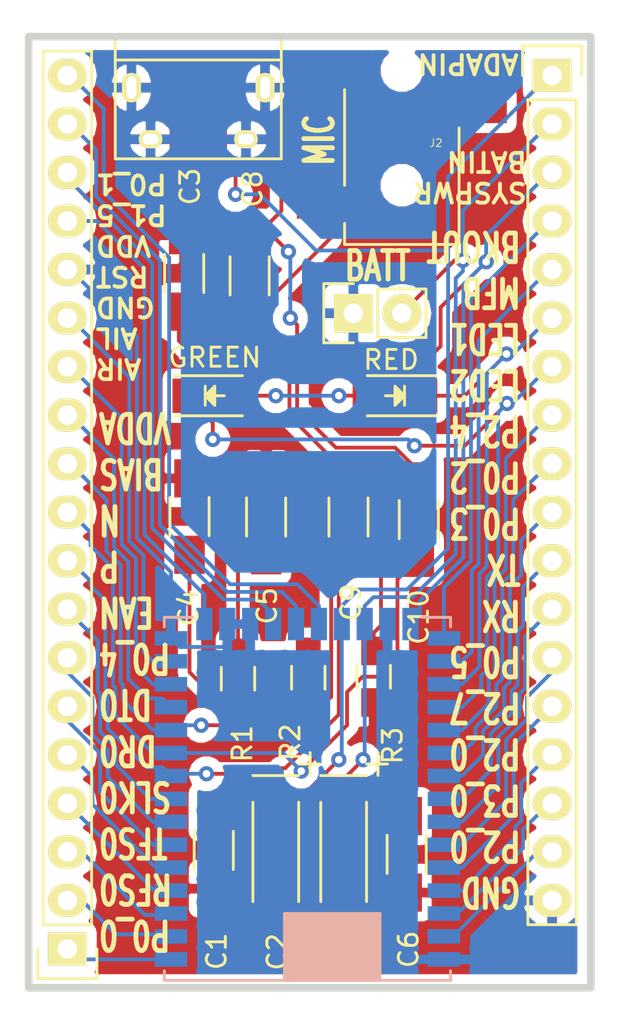
<source format=kicad_pcb>
(kicad_pcb (version 20171130) (host pcbnew 5.0.0-rc2-dev-unknown-ce1bd4c~62~ubuntu16.04.1)

  (general
    (thickness 1.6)
    (drawings 11)
    (tracks 464)
    (zones 0)
    (modules 21)
    (nets 40)
  )

  (page A4)
  (layers
    (0 F.Cu signal)
    (31 B.Cu signal)
    (32 B.Adhes user)
    (33 F.Adhes user)
    (34 B.Paste user)
    (35 F.Paste user)
    (36 B.SilkS user)
    (37 F.SilkS user)
    (38 B.Mask user)
    (39 F.Mask user)
    (40 Dwgs.User user)
    (41 Cmts.User user)
    (42 Eco1.User user)
    (43 Eco2.User user)
    (44 Edge.Cuts user)
    (45 Margin user)
    (46 B.CrtYd user)
    (47 F.CrtYd user)
    (48 B.Fab user)
    (49 F.Fab user)
  )

  (setup
    (last_trace_width 0.2)
    (trace_clearance 0.2)
    (zone_clearance 0.508)
    (zone_45_only no)
    (trace_min 0.2)
    (segment_width 0.4)
    (edge_width 0.4)
    (via_size 0.8)
    (via_drill 0.4)
    (via_min_size 0.4)
    (via_min_drill 0.3)
    (uvia_size 0.3)
    (uvia_drill 0.1)
    (uvias_allowed no)
    (uvia_min_size 0.2)
    (uvia_min_drill 0.1)
    (pcb_text_width 0.25)
    (pcb_text_size 1 1.5)
    (mod_edge_width 0.4)
    (mod_text_size 1 1)
    (mod_text_width 0.4)
    (pad_size 1.524 1.524)
    (pad_drill 0.762)
    (pad_to_mask_clearance 0.2)
    (aux_axis_origin 0 0)
    (visible_elements FFFDFF7F)
    (pcbplotparams
      (layerselection 0x010fc_ffffffff)
      (usegerberextensions false)
      (usegerberattributes false)
      (usegerberadvancedattributes false)
      (creategerberjobfile false)
      (excludeedgelayer true)
      (linewidth 0.050000)
      (plotframeref false)
      (viasonmask false)
      (mode 1)
      (useauxorigin false)
      (hpglpennumber 1)
      (hpglpenspeed 20)
      (hpglpendiameter 15)
      (psnegative false)
      (psa4output false)
      (plotreference true)
      (plotvalue true)
      (plotinvisibletext false)
      (padsonsilk false)
      (subtractmaskfromsilk false)
      (outputformat 1)
      (mirror false)
      (drillshape 1)
      (scaleselection 1)
      (outputdirectory ""))
  )

  (net 0 "")
  (net 1 /1)
  (net 2 /2)
  (net 3 /3)
  (net 4 /4)
  (net 5 /5)
  (net 6 /6)
  (net 7 /7)
  (net 8 /8)
  (net 9 /9)
  (net 10 /10)
  (net 11 /11)
  (net 12 /12)
  (net 13 /13)
  (net 14 /14)
  (net 15 /15)
  (net 16 /16)
  (net 17 /19)
  (net 18 /20)
  (net 19 /21)
  (net 20 /22)
  (net 21 /23)
  (net 22 /25)
  (net 23 /26)
  (net 24 /27)
  (net 25 /28)
  (net 26 /29)
  (net 27 /30)
  (net 28 /31)
  (net 29 /32)
  (net 30 /33)
  (net 31 /34)
  (net 32 /35)
  (net 33 /36)
  (net 34 /37)
  (net 35 /38)
  (net 36 /39)
  (net 37 "Net-(C5-Pad1)")
  (net 38 "Net-(C10-Pad2)")
  (net 39 "Net-(C8-Pad1)")

  (net_class Default "This is the default net class."
    (clearance 0.2)
    (trace_width 0.2)
    (via_dia 0.8)
    (via_drill 0.4)
    (uvia_dia 0.3)
    (uvia_drill 0.1)
    (add_net /1)
    (add_net /10)
    (add_net /11)
    (add_net /12)
    (add_net /13)
    (add_net /14)
    (add_net /15)
    (add_net /16)
    (add_net /19)
    (add_net /2)
    (add_net /20)
    (add_net /21)
    (add_net /22)
    (add_net /23)
    (add_net /25)
    (add_net /26)
    (add_net /27)
    (add_net /28)
    (add_net /29)
    (add_net /3)
    (add_net /30)
    (add_net /31)
    (add_net /32)
    (add_net /33)
    (add_net /34)
    (add_net /35)
    (add_net /36)
    (add_net /37)
    (add_net /38)
    (add_net /39)
    (add_net /4)
    (add_net /5)
    (add_net /6)
    (add_net /7)
    (add_net /8)
    (add_net /9)
    (add_net "Net-(C10-Pad2)")
    (add_net "Net-(C5-Pad1)")
    (add_net "Net-(C8-Pad1)")
  )

  (module modules:BM23_no_silk_screen_under_antena (layer B.Cu) (tedit 5A7F5E5F) (tstamp 5AA647E7)
    (at 157.48 104.564)
    (path /5AA0401F)
    (fp_text reference U1 (at 7.75 8.95) (layer B.SilkS) hide
      (effects (font (size 1 1) (thickness 0.15)) (justify mirror))
    )
    (fp_text value BM23 (at 7.65 11) (layer B.Fab) hide
      (effects (font (size 1 1) (thickness 0.15)) (justify mirror))
    )
    (fp_poly (pts (xy 6.3 19) (xy 11.3 19) (xy 11.3 15.5) (xy 6.3 15.5)) (layer B.SilkS) (width 0.15))
    (fp_line (start 11.3 15.5) (end 11.3 19) (layer B.SilkS) (width 0.15))
    (fp_line (start 6.3 15.5) (end 11.3 15.5) (layer B.SilkS) (width 0.15))
    (fp_line (start 6.3 19) (end 6.3 15.5) (layer B.SilkS) (width 0.15))
    (fp_line (start 15 19) (end 15 18.5) (layer B.SilkS) (width 0.15))
    (fp_line (start 0 19) (end 15 19) (layer B.SilkS) (width 0.15))
    (fp_line (start 0 18.5) (end 0 19) (layer B.SilkS) (width 0.15))
    (fp_line (start 0 0) (end 1.5 0) (layer B.SilkS) (width 0.15))
    (fp_line (start 0 0.5) (end 0 0) (layer B.SilkS) (width 0.15))
    (fp_line (start 15 0) (end 13.5 0) (layer B.SilkS) (width 0.15))
    (fp_line (start 15 0.5) (end 15 0) (layer B.SilkS) (width 0.15))
    (pad 40 smd trapezoid (at 14.65 17.9 270) (size 0.76 1.7) (layers B.Cu B.Paste B.Mask)
      (net 15 /15))
    (pad 25 smd trapezoid (at 12.9 0.35) (size 0.85 1.7) (layers B.Cu B.Paste B.Mask)
      (net 22 /25))
    (pad 14 smd trapezoid (at 0.35 2.3 270) (size 0.76 1.7) (layers B.Cu B.Paste B.Mask)
      (net 14 /14))
    (pad 15 smd trapezoid (at 0.35 1.1 270) (size 0.76 1.7) (layers B.Cu B.Paste B.Mask)
      (net 15 /15))
    (pad 6 smd trapezoid (at 0.35 11.9 270) (size 0.76 1.7) (layers B.Cu B.Paste B.Mask)
      (net 6 /6))
    (pad 2 smd trapezoid (at 0.35 16.7 270) (size 0.76 1.7) (layers B.Cu B.Paste B.Mask)
      (net 2 /2))
    (pad 13 smd trapezoid (at 0.35 3.5 270) (size 0.76 1.7) (layers B.Cu B.Paste B.Mask)
      (net 13 /13))
    (pad 11 smd trapezoid (at 0.35 5.9 270) (size 0.76 1.7) (layers B.Cu B.Paste B.Mask)
      (net 11 /11))
    (pad 7 smd trapezoid (at 0.35 10.7 270) (size 0.76 1.7) (layers B.Cu B.Paste B.Mask)
      (net 7 /7))
    (pad 3 smd trapezoid (at 0.35 15.5 270) (size 0.76 1.7) (layers B.Cu B.Paste B.Mask)
      (net 3 /3))
    (pad 12 smd trapezoid (at 0.35 4.7 270) (size 0.76 1.7) (layers B.Cu B.Paste B.Mask)
      (net 12 /12))
    (pad 9 smd trapezoid (at 0.35 8.3 270) (size 0.76 1.7) (layers B.Cu B.Paste B.Mask)
      (net 9 /9))
    (pad 4 smd trapezoid (at 0.35 14.3 270) (size 0.76 1.7) (layers B.Cu B.Paste B.Mask)
      (net 4 /4))
    (pad 10 smd trapezoid (at 0.35 7.1 270) (size 0.76 1.7) (layers B.Cu B.Paste B.Mask)
      (net 10 /10))
    (pad 5 smd trapezoid (at 0.35 13.1 270) (size 0.76 1.7) (layers B.Cu B.Paste B.Mask)
      (net 5 /5))
    (pad 1 smd trapezoid (at 0.35 17.9 270) (size 0.76 1.7) (layers B.Cu B.Paste B.Mask)
      (net 1 /1))
    (pad 8 smd trapezoid (at 0.35 9.5 270) (size 0.76 1.7) (layers B.Cu B.Paste B.Mask)
      (net 8 /8))
    (pad 32 smd trapezoid (at 14.65 8.3 270) (size 0.76 1.7) (layers B.Cu B.Paste B.Mask)
      (net 29 /32))
    (pad 34 smd trapezoid (at 14.65 10.7 270) (size 0.76 1.7) (layers B.Cu B.Paste B.Mask)
      (net 31 /34))
    (pad 33 smd trapezoid (at 14.65 9.5 270) (size 0.76 1.7) (layers B.Cu B.Paste B.Mask)
      (net 30 /33))
    (pad 36 smd trapezoid (at 14.65 13.1 270) (size 0.76 1.7) (layers B.Cu B.Paste B.Mask)
      (net 33 /36))
    (pad 35 smd trapezoid (at 14.65 11.9 270) (size 0.76 1.7) (layers B.Cu B.Paste B.Mask)
      (net 32 /35))
    (pad 37 smd trapezoid (at 14.65 14.3 270) (size 0.76 1.7) (layers B.Cu B.Paste B.Mask)
      (net 34 /37))
    (pad 28 smd trapezoid (at 14.65 3.5 270) (size 0.76 1.7) (layers B.Cu B.Paste B.Mask)
      (net 25 /28))
    (pad 30 smd trapezoid (at 14.65 5.9 270) (size 0.76 1.7) (layers B.Cu B.Paste B.Mask)
      (net 27 /30))
    (pad 29 smd trapezoid (at 14.65 4.7 270) (size 0.76 1.7) (layers B.Cu B.Paste B.Mask)
      (net 26 /29))
    (pad 31 smd trapezoid (at 14.65 7.1 270) (size 0.76 1.7) (layers B.Cu B.Paste B.Mask)
      (net 28 /31))
    (pad 26 smd trapezoid (at 14.65 1.1 270) (size 0.76 1.7) (layers B.Cu B.Paste B.Mask)
      (net 23 /26))
    (pad 27 smd trapezoid (at 14.65 2.3 270) (size 0.76 1.7) (layers B.Cu B.Paste B.Mask)
      (net 24 /27))
    (pad 38 smd trapezoid (at 14.65 15.5 270) (size 0.76 1.7) (layers B.Cu B.Paste B.Mask)
      (net 35 /38))
    (pad 39 smd trapezoid (at 14.65 16.7 270) (size 0.76 1.7) (layers B.Cu B.Paste B.Mask)
      (net 36 /39))
    (pad 24 smd trapezoid (at 11.7 0.35) (size 0.85 1.7) (layers B.Cu B.Paste B.Mask)
      (net 15 /15))
    (pad 23 smd trapezoid (at 10.5 0.35) (size 0.85 1.7) (layers B.Cu B.Paste B.Mask)
      (net 21 /23))
    (pad 22 smd trapezoid (at 9.3 0.35) (size 0.85 1.7) (layers B.Cu B.Paste B.Mask)
      (net 20 /22))
    (pad 21 smd trapezoid (at 8.1 0.35) (size 0.85 1.7) (layers B.Cu B.Paste B.Mask)
      (net 19 /21))
    (pad 20 smd trapezoid (at 6.9 0.35) (size 0.85 1.7) (layers B.Cu B.Paste B.Mask)
      (net 18 /20))
    (pad 19 smd trapezoid (at 5.7 0.35) (size 0.85 1.7) (layers B.Cu B.Paste B.Mask)
      (net 17 /19))
    (pad 18 smd trapezoid (at 4.5 0.35) (size 0.85 1.7) (layers B.Cu B.Paste B.Mask)
      (net 15 /15))
    (pad 17 smd trapezoid (at 3.3 0.35) (size 0.85 1.7) (layers B.Cu B.Paste B.Mask)
      (net 15 /15))
    (pad 16 smd trapezoid (at 2.1 0.35) (size 0.85 1.7) (layers B.Cu B.Paste B.Mask)
      (net 16 /16))
  )

  (module Pin_Headers.pretty:Pin_Header_Straight_1x19 (layer F.Cu) (tedit 5AA19F8E) (tstamp 5AA11213)
    (at 152.4 121.92 180)
    (descr "Through hole pin header")
    (tags "pin header")
    (path /5AA04140)
    (fp_text reference CON1 (at 0 -5.1 180) (layer F.SilkS) hide
      (effects (font (size 1 1) (thickness 0.15)))
    )
    (fp_text value CONN_19 (at 0 -3.1 180) (layer F.Fab)
      (effects (font (size 1 1) (thickness 0.15)))
    )
    (fp_line (start -1.75 -1.75) (end -1.75 47.5) (layer F.CrtYd) (width 0.05))
    (fp_line (start 1.75 -1.75) (end 1.75 47.5) (layer F.CrtYd) (width 0.05))
    (fp_line (start -1.75 -1.75) (end 1.75 -1.75) (layer F.CrtYd) (width 0.05))
    (fp_line (start -1.75 47.5) (end 1.75 47.5) (layer F.CrtYd) (width 0.05))
    (fp_line (start 1.27 1.27) (end 1.27 46.99) (layer F.SilkS) (width 0.15))
    (fp_line (start 1.27 46.99) (end -1.27 46.99) (layer F.SilkS) (width 0.15))
    (fp_line (start -1.27 46.99) (end -1.27 1.27) (layer F.SilkS) (width 0.15))
    (fp_line (start 1.55 -1.55) (end 1.55 0) (layer F.SilkS) (width 0.15))
    (fp_line (start 1.27 1.27) (end -1.27 1.27) (layer F.SilkS) (width 0.15))
    (fp_line (start -1.55 0) (end -1.55 -1.55) (layer F.SilkS) (width 0.15))
    (fp_line (start -1.55 -1.55) (end 1.55 -1.55) (layer F.SilkS) (width 0.15))
    (pad 1 thru_hole rect (at 0 0 180) (size 2.032 1.7272) (drill 1.016) (layers *.Cu *.Mask F.SilkS)
      (net 1 /1))
    (pad 2 thru_hole oval (at 0 2.54 180) (size 2.032 1.7272) (drill 1.016) (layers *.Cu *.Mask F.SilkS)
      (net 2 /2))
    (pad 3 thru_hole oval (at 0 5.08 180) (size 2.032 1.7272) (drill 1.016) (layers *.Cu *.Mask F.SilkS)
      (net 3 /3))
    (pad 4 thru_hole oval (at 0 7.62 180) (size 2.032 1.7272) (drill 1.016) (layers *.Cu *.Mask F.SilkS)
      (net 4 /4))
    (pad 5 thru_hole oval (at 0 10.16 180) (size 2.032 1.7272) (drill 1.016) (layers *.Cu *.Mask F.SilkS)
      (net 5 /5))
    (pad 6 thru_hole oval (at 0 12.7 180) (size 2.032 1.7272) (drill 1.016) (layers *.Cu *.Mask F.SilkS)
      (net 6 /6))
    (pad 7 thru_hole oval (at 0 15.24 180) (size 2.032 1.7272) (drill 1.016) (layers *.Cu *.Mask F.SilkS)
      (net 7 /7))
    (pad 8 thru_hole oval (at 0 17.78 180) (size 2.032 1.7272) (drill 1.016) (layers *.Cu *.Mask F.SilkS)
      (net 8 /8))
    (pad 9 thru_hole oval (at 0 20.32 180) (size 2.032 1.7272) (drill 1.016) (layers *.Cu *.Mask F.SilkS)
      (net 9 /9))
    (pad 10 thru_hole oval (at 0 22.86 180) (size 2.032 1.7272) (drill 1.016) (layers *.Cu *.Mask F.SilkS)
      (net 10 /10))
    (pad 11 thru_hole oval (at 0 25.4 180) (size 2.032 1.7272) (drill 1.016) (layers *.Cu *.Mask F.SilkS)
      (net 11 /11))
    (pad 12 thru_hole oval (at 0 27.94 180) (size 2.032 1.7272) (drill 1.016) (layers *.Cu *.Mask F.SilkS)
      (net 12 /12))
    (pad 13 thru_hole oval (at 0 30.48 180) (size 2.032 1.7272) (drill 1.016) (layers *.Cu *.Mask F.SilkS)
      (net 13 /13))
    (pad 14 thru_hole oval (at 0 33.02 180) (size 2.032 1.7272) (drill 1.016) (layers *.Cu *.Mask F.SilkS)
      (net 14 /14))
    (pad 15 thru_hole oval (at 0 35.56 180) (size 2.032 1.7272) (drill 1.016) (layers *.Cu *.Mask F.SilkS)
      (net 15 /15))
    (pad 16 thru_hole oval (at 0 38.1 180) (size 2.032 1.7272) (drill 1.016) (layers *.Cu *.Mask F.SilkS)
      (net 16 /16))
    (pad 17 thru_hole oval (at 0 40.64 180) (size 2.032 1.7272) (drill 1.016) (layers *.Cu *.Mask F.SilkS)
      (net 17 /19))
    (pad 18 thru_hole oval (at 0 43.18 180) (size 2.032 1.7272) (drill 1.016) (layers *.Cu *.Mask F.SilkS)
      (net 18 /20))
    (pad 19 thru_hole oval (at 0 45.72 180) (size 2.032 1.7272) (drill 1.016) (layers *.Cu *.Mask F.SilkS)
      (net 19 /21))
    (model Pin_Headers.3dshapes/Pin_Header_Straight_1x19.wrl
      (offset (xyz 0 -22.85999965667725 0))
      (scale (xyz 1 1 1))
      (rotate (xyz 0 0 90))
    )
  )

  (module Pin_Headers.pretty:Pin_Header_Straight_1x18 (layer F.Cu) (tedit 5AA19AAC) (tstamp 5AA11234)
    (at 177.8 76.2)
    (descr "Through hole pin header")
    (tags "pin header")
    (path /5AA139E6)
    (fp_text reference CON2 (at 0 -5.1) (layer F.SilkS) hide
      (effects (font (size 1 1) (thickness 0.15)))
    )
    (fp_text value CONN_18 (at 0 -3.1) (layer F.Fab)
      (effects (font (size 1 1) (thickness 0.15)))
    )
    (fp_line (start -1.75 -1.75) (end -1.75 44.95) (layer F.CrtYd) (width 0.05))
    (fp_line (start 1.75 -1.75) (end 1.75 44.95) (layer F.CrtYd) (width 0.05))
    (fp_line (start -1.75 -1.75) (end 1.75 -1.75) (layer F.CrtYd) (width 0.05))
    (fp_line (start -1.75 44.95) (end 1.75 44.95) (layer F.CrtYd) (width 0.05))
    (fp_line (start 1.27 1.27) (end 1.27 44.45) (layer F.SilkS) (width 0.15))
    (fp_line (start 1.27 44.45) (end -1.27 44.45) (layer F.SilkS) (width 0.15))
    (fp_line (start -1.27 44.45) (end -1.27 1.27) (layer F.SilkS) (width 0.15))
    (fp_line (start 1.55 -1.55) (end 1.55 0) (layer F.SilkS) (width 0.15))
    (fp_line (start 1.27 1.27) (end -1.27 1.27) (layer F.SilkS) (width 0.15))
    (fp_line (start -1.55 0) (end -1.55 -1.55) (layer F.SilkS) (width 0.15))
    (fp_line (start -1.55 -1.55) (end 1.55 -1.55) (layer F.SilkS) (width 0.15))
    (pad 1 thru_hole rect (at 0 0) (size 2.032 1.7272) (drill 1.016) (layers *.Cu *.Mask F.SilkS)
      (net 20 /22))
    (pad 2 thru_hole oval (at 0 2.54) (size 2.032 1.7272) (drill 1.016) (layers *.Cu *.Mask F.SilkS)
      (net 21 /23))
    (pad 3 thru_hole oval (at 0 5.08) (size 2.032 1.7272) (drill 1.016) (layers *.Cu *.Mask F.SilkS)
      (net 22 /25))
    (pad 4 thru_hole oval (at 0 7.62) (size 2.032 1.7272) (drill 1.016) (layers *.Cu *.Mask F.SilkS)
      (net 23 /26))
    (pad 5 thru_hole oval (at 0 10.16) (size 2.032 1.7272) (drill 1.016) (layers *.Cu *.Mask F.SilkS)
      (net 24 /27))
    (pad 6 thru_hole oval (at 0 12.7) (size 2.032 1.7272) (drill 1.016) (layers *.Cu *.Mask F.SilkS)
      (net 25 /28))
    (pad 7 thru_hole oval (at 0 15.24) (size 2.032 1.7272) (drill 1.016) (layers *.Cu *.Mask F.SilkS)
      (net 26 /29))
    (pad 8 thru_hole oval (at 0 17.78) (size 2.032 1.7272) (drill 1.016) (layers *.Cu *.Mask F.SilkS)
      (net 27 /30))
    (pad 9 thru_hole oval (at 0 20.32) (size 2.032 1.7272) (drill 1.016) (layers *.Cu *.Mask F.SilkS)
      (net 28 /31))
    (pad 10 thru_hole oval (at 0 22.86) (size 2.032 1.7272) (drill 1.016) (layers *.Cu *.Mask F.SilkS)
      (net 29 /32))
    (pad 11 thru_hole oval (at 0 25.4) (size 2.032 1.7272) (drill 1.016) (layers *.Cu *.Mask F.SilkS)
      (net 30 /33))
    (pad 12 thru_hole oval (at 0 27.94) (size 2.032 1.7272) (drill 1.016) (layers *.Cu *.Mask F.SilkS)
      (net 31 /34))
    (pad 13 thru_hole oval (at 0 30.48) (size 2.032 1.7272) (drill 1.016) (layers *.Cu *.Mask F.SilkS)
      (net 32 /35))
    (pad 14 thru_hole oval (at 0 33.02) (size 2.032 1.7272) (drill 1.016) (layers *.Cu *.Mask F.SilkS)
      (net 33 /36))
    (pad 15 thru_hole oval (at 0 35.56) (size 2.032 1.7272) (drill 1.016) (layers *.Cu *.Mask F.SilkS)
      (net 34 /37))
    (pad 16 thru_hole oval (at 0 38.1) (size 2.032 1.7272) (drill 1.016) (layers *.Cu *.Mask F.SilkS)
      (net 35 /38))
    (pad 17 thru_hole oval (at 0 40.64) (size 2.032 1.7272) (drill 1.016) (layers *.Cu *.Mask F.SilkS)
      (net 36 /39))
    (pad 18 thru_hole oval (at 0 43.18) (size 2.032 1.7272) (drill 1.016) (layers *.Cu *.Mask F.SilkS)
      (net 15 /15))
    (model Pin_Headers.3dshapes/Pin_Header_Straight_1x18.wrl
      (offset (xyz 0 -21.58999967575073 0))
      (scale (xyz 1 1 1))
      (rotate (xyz 0 0 90))
    )
  )

  (module Capacitors_SMD.pretty:C_1206_HandSoldering (layer F.Cu) (tedit 541A9C03) (tstamp 5AA5C1C9)
    (at 160.0708 116.7638 270)
    (descr "Capacitor SMD 1206, hand soldering")
    (tags "capacitor 1206")
    (path /5AB45B6D)
    (attr smd)
    (fp_text reference C1 (at 5.2832 -0.1524 270) (layer F.SilkS)
      (effects (font (size 1 1) (thickness 0.15)))
    )
    (fp_text value 100n (at 0 2.3 270) (layer F.Fab)
      (effects (font (size 1 1) (thickness 0.15)))
    )
    (fp_line (start -3.3 -1.15) (end 3.3 -1.15) (layer F.CrtYd) (width 0.05))
    (fp_line (start -3.3 1.15) (end 3.3 1.15) (layer F.CrtYd) (width 0.05))
    (fp_line (start -3.3 -1.15) (end -3.3 1.15) (layer F.CrtYd) (width 0.05))
    (fp_line (start 3.3 -1.15) (end 3.3 1.15) (layer F.CrtYd) (width 0.05))
    (fp_line (start 1 -1.025) (end -1 -1.025) (layer F.SilkS) (width 0.15))
    (fp_line (start -1 1.025) (end 1 1.025) (layer F.SilkS) (width 0.15))
    (pad 1 smd rect (at -2 0 270) (size 2 1.6) (layers F.Cu F.Paste F.Mask)
      (net 20 /22))
    (pad 2 smd rect (at 2 0 270) (size 2 1.6) (layers F.Cu F.Paste F.Mask)
      (net 15 /15))
    (model Capacitors_SMD.3dshapes/C_1206_HandSoldering.wrl
      (at (xyz 0 0 0))
      (scale (xyz 1 1 1))
      (rotate (xyz 0 0 0))
    )
  )

  (module Capacitors_Tantalum_SMD.pretty:TantalC_SizeA_EIA-3216_HandSoldering (layer F.Cu) (tedit 0) (tstamp 5AA64901)
    (at 163.322 116.84 270)
    (descr "Tantal Cap. , Size A, EIA-3216, Hand Soldering,")
    (tags "Tantal Cap. , Size A, EIA-3216, Hand Soldering,")
    (path /5AB45BD5)
    (attr smd)
    (fp_text reference C2 (at 5.2324 -0.0762 270) (layer F.SilkS)
      (effects (font (size 1 1) (thickness 0.15)))
    )
    (fp_text value 10u/16V (at -0.09906 3.0988 270) (layer F.Fab)
      (effects (font (size 1 1) (thickness 0.15)))
    )
    (fp_text user + (at -4.5974 -1.7272 270) (layer F.SilkS)
      (effects (font (size 1 1) (thickness 0.15)))
    )
    (fp_line (start -2.60096 1.19888) (end 2.60096 1.19888) (layer F.SilkS) (width 0.15))
    (fp_line (start 2.60096 -1.19888) (end -2.60096 -1.19888) (layer F.SilkS) (width 0.15))
    (fp_line (start -4.59994 -2.2987) (end -4.59994 -1.19888) (layer F.SilkS) (width 0.15))
    (fp_line (start -5.19938 -1.79832) (end -4.0005 -1.79832) (layer F.SilkS) (width 0.15))
    (fp_line (start -3.99542 -1.19888) (end -3.99542 1.19888) (layer F.SilkS) (width 0.15))
    (pad 2 smd rect (at 1.99898 0 270) (size 2.99974 1.50114) (layers F.Cu F.Paste F.Mask)
      (net 15 /15))
    (pad 1 smd rect (at -1.99898 0 270) (size 2.99974 1.50114) (layers F.Cu F.Paste F.Mask)
      (net 20 /22))
    (model Capacitors_Tantalum_SMD.3dshapes/TantalC_SizeA_EIA-3216_HandSoldering.wrl
      (at (xyz 0 0 0))
      (scale (xyz 1 1 1))
      (rotate (xyz 0 0 180))
    )
  )

  (module Capacitors_SMD.pretty:C_1206_HandSoldering (layer F.Cu) (tedit 541A9C03) (tstamp 5AA5C1E1)
    (at 158.5214 86.5632 90)
    (descr "Capacitor SMD 1206, hand soldering")
    (tags "capacitor 1206")
    (path /5ABCB167)
    (attr smd)
    (fp_text reference C3 (at 4.5466 0.3048 90) (layer F.SilkS)
      (effects (font (size 1 1) (thickness 0.15)))
    )
    (fp_text value 100n (at 0 2.3 90) (layer F.Fab)
      (effects (font (size 1 1) (thickness 0.15)))
    )
    (fp_line (start -1 1.025) (end 1 1.025) (layer F.SilkS) (width 0.15))
    (fp_line (start 1 -1.025) (end -1 -1.025) (layer F.SilkS) (width 0.15))
    (fp_line (start 3.3 -1.15) (end 3.3 1.15) (layer F.CrtYd) (width 0.05))
    (fp_line (start -3.3 -1.15) (end -3.3 1.15) (layer F.CrtYd) (width 0.05))
    (fp_line (start -3.3 1.15) (end 3.3 1.15) (layer F.CrtYd) (width 0.05))
    (fp_line (start -3.3 -1.15) (end 3.3 -1.15) (layer F.CrtYd) (width 0.05))
    (pad 2 smd rect (at 2 0 90) (size 2 1.6) (layers F.Cu F.Paste F.Mask)
      (net 15 /15))
    (pad 1 smd rect (at -2 0 90) (size 2 1.6) (layers F.Cu F.Paste F.Mask)
      (net 22 /25))
    (model Capacitors_SMD.3dshapes/C_1206_HandSoldering.wrl
      (at (xyz 0 0 0))
      (scale (xyz 1 1 1))
      (rotate (xyz 0 0 0))
    )
  )

  (module Capacitors_SMD.pretty:C_1206_HandSoldering (layer F.Cu) (tedit 541A9C03) (tstamp 5AA5C1ED)
    (at 158.8008 99.2886 90)
    (descr "Capacitor SMD 1206, hand soldering")
    (tags "capacitor 1206")
    (path /5ABBAB28)
    (attr smd)
    (fp_text reference C4 (at -4.7752 -0.0508 270) (layer F.SilkS)
      (effects (font (size 1 1) (thickness 0.15)))
    )
    (fp_text value 2.2u/6,3v (at 0 2.3 90) (layer F.Fab)
      (effects (font (size 1 1) (thickness 0.15)))
    )
    (fp_line (start -1 1.025) (end 1 1.025) (layer F.SilkS) (width 0.15))
    (fp_line (start 1 -1.025) (end -1 -1.025) (layer F.SilkS) (width 0.15))
    (fp_line (start 3.3 -1.15) (end 3.3 1.15) (layer F.CrtYd) (width 0.05))
    (fp_line (start -3.3 -1.15) (end -3.3 1.15) (layer F.CrtYd) (width 0.05))
    (fp_line (start -3.3 1.15) (end 3.3 1.15) (layer F.CrtYd) (width 0.05))
    (fp_line (start -3.3 -1.15) (end 3.3 -1.15) (layer F.CrtYd) (width 0.05))
    (pad 2 smd rect (at 2 0 90) (size 2 1.6) (layers F.Cu F.Paste F.Mask)
      (net 15 /15))
    (pad 1 smd rect (at -2 0 90) (size 2 1.6) (layers F.Cu F.Paste F.Mask)
      (net 11 /11))
    (model Capacitors_SMD.3dshapes/C_1206_HandSoldering.wrl
      (at (xyz 0 0 0))
      (scale (xyz 1 1 1))
      (rotate (xyz 0 0 0))
    )
  )

  (module Capacitors_SMD.pretty:C_1206_HandSoldering (layer F.Cu) (tedit 541A9C03) (tstamp 5AA5C1F9)
    (at 162.814 99.314 90)
    (descr "Capacitor SMD 1206, hand soldering")
    (tags "capacitor 1206")
    (path /5ABCAB1E)
    (attr smd)
    (fp_text reference C5 (at -4.6482 0.0508 270) (layer F.SilkS)
      (effects (font (size 1 1) (thickness 0.15)))
    )
    (fp_text value 2.2u/6,3v (at 0 2.3 90) (layer F.Fab)
      (effects (font (size 1 1) (thickness 0.15)))
    )
    (fp_line (start -3.3 -1.15) (end 3.3 -1.15) (layer F.CrtYd) (width 0.05))
    (fp_line (start -3.3 1.15) (end 3.3 1.15) (layer F.CrtYd) (width 0.05))
    (fp_line (start -3.3 -1.15) (end -3.3 1.15) (layer F.CrtYd) (width 0.05))
    (fp_line (start 3.3 -1.15) (end 3.3 1.15) (layer F.CrtYd) (width 0.05))
    (fp_line (start 1 -1.025) (end -1 -1.025) (layer F.SilkS) (width 0.15))
    (fp_line (start -1 1.025) (end 1 1.025) (layer F.SilkS) (width 0.15))
    (pad 1 smd rect (at -2 0 90) (size 2 1.6) (layers F.Cu F.Paste F.Mask)
      (net 37 "Net-(C5-Pad1)"))
    (pad 2 smd rect (at 2 0 90) (size 2 1.6) (layers F.Cu F.Paste F.Mask)
      (net 15 /15))
    (model Capacitors_SMD.3dshapes/C_1206_HandSoldering.wrl
      (at (xyz 0 0 0))
      (scale (xyz 1 1 1))
      (rotate (xyz 0 0 0))
    )
  )

  (module Capacitors_SMD.pretty:C_1206_HandSoldering (layer F.Cu) (tedit 541A9C03) (tstamp 5AA5C205)
    (at 170.18 116.967 270)
    (descr "Capacitor SMD 1206, hand soldering")
    (tags "capacitor 1206")
    (path /5AC56804)
    (attr smd)
    (fp_text reference C6 (at 4.9784 -0.1016 270) (layer F.SilkS)
      (effects (font (size 1 1) (thickness 0.15)))
    )
    (fp_text value 100n (at 0 2.3 270) (layer F.Fab)
      (effects (font (size 1 1) (thickness 0.15)))
    )
    (fp_line (start -3.3 -1.15) (end 3.3 -1.15) (layer F.CrtYd) (width 0.05))
    (fp_line (start -3.3 1.15) (end 3.3 1.15) (layer F.CrtYd) (width 0.05))
    (fp_line (start -3.3 -1.15) (end -3.3 1.15) (layer F.CrtYd) (width 0.05))
    (fp_line (start 3.3 -1.15) (end 3.3 1.15) (layer F.CrtYd) (width 0.05))
    (fp_line (start 1 -1.025) (end -1 -1.025) (layer F.SilkS) (width 0.15))
    (fp_line (start -1 1.025) (end 1 1.025) (layer F.SilkS) (width 0.15))
    (pad 1 smd rect (at -2 0 270) (size 2 1.6) (layers F.Cu F.Paste F.Mask)
      (net 21 /23))
    (pad 2 smd rect (at 2 0 270) (size 2 1.6) (layers F.Cu F.Paste F.Mask)
      (net 15 /15))
    (model Capacitors_SMD.3dshapes/C_1206_HandSoldering.wrl
      (at (xyz 0 0 0))
      (scale (xyz 1 1 1))
      (rotate (xyz 0 0 0))
    )
  )

  (module Capacitors_Tantalum_SMD.pretty:TantalC_SizeA_EIA-3216_HandSoldering (layer F.Cu) (tedit 0) (tstamp 5AA5C211)
    (at 166.878 116.84 270)
    (descr "Tantal Cap. , Size A, EIA-3216, Hand Soldering,")
    (tags "Tantal Cap. , Size A, EIA-3216, Hand Soldering,")
    (path /5AC2D7F5)
    (attr smd)
    (fp_text reference C7 (at 5.1054 -0.2286 270) (layer F.SilkS)
      (effects (font (size 1 1) (thickness 0.15)))
    )
    (fp_text value 10u/16V (at -0.09906 3.0988 270) (layer F.Fab)
      (effects (font (size 1 1) (thickness 0.15)))
    )
    (fp_line (start -3.99542 -1.19888) (end -3.99542 1.19888) (layer F.SilkS) (width 0.15))
    (fp_line (start -5.19938 -1.79832) (end -4.0005 -1.79832) (layer F.SilkS) (width 0.15))
    (fp_line (start -4.59994 -2.2987) (end -4.59994 -1.19888) (layer F.SilkS) (width 0.15))
    (fp_line (start 2.60096 -1.19888) (end -2.60096 -1.19888) (layer F.SilkS) (width 0.15))
    (fp_line (start -2.60096 1.19888) (end 2.60096 1.19888) (layer F.SilkS) (width 0.15))
    (fp_text user + (at -4.5974 -1.7272 270) (layer F.SilkS)
      (effects (font (size 1 1) (thickness 0.15)))
    )
    (pad 1 smd rect (at -1.99898 0 270) (size 2.99974 1.50114) (layers F.Cu F.Paste F.Mask)
      (net 21 /23))
    (pad 2 smd rect (at 1.99898 0 270) (size 2.99974 1.50114) (layers F.Cu F.Paste F.Mask)
      (net 15 /15))
    (model Capacitors_Tantalum_SMD.3dshapes/TantalC_SizeA_EIA-3216_HandSoldering.wrl
      (at (xyz 0 0 0))
      (scale (xyz 1 1 1))
      (rotate (xyz 0 0 180))
    )
  )

  (module Capacitors_SMD.pretty:C_1206_HandSoldering (layer F.Cu) (tedit 541A9C03) (tstamp 5AA5C21D)
    (at 161.9504 86.6902 90)
    (descr "Capacitor SMD 1206, hand soldering")
    (tags "capacitor 1206")
    (path /5AC652AA)
    (attr smd)
    (fp_text reference C8 (at 4.5466 0.1524 90) (layer F.SilkS)
      (effects (font (size 1 1) (thickness 0.15)))
    )
    (fp_text value 220p (at 0 2.3 90) (layer F.Fab)
      (effects (font (size 1 1) (thickness 0.15)))
    )
    (fp_line (start -1 1.025) (end 1 1.025) (layer F.SilkS) (width 0.15))
    (fp_line (start 1 -1.025) (end -1 -1.025) (layer F.SilkS) (width 0.15))
    (fp_line (start 3.3 -1.15) (end 3.3 1.15) (layer F.CrtYd) (width 0.05))
    (fp_line (start -3.3 -1.15) (end -3.3 1.15) (layer F.CrtYd) (width 0.05))
    (fp_line (start -3.3 1.15) (end 3.3 1.15) (layer F.CrtYd) (width 0.05))
    (fp_line (start -3.3 -1.15) (end 3.3 -1.15) (layer F.CrtYd) (width 0.05))
    (pad 2 smd rect (at 2 0 90) (size 2 1.6) (layers F.Cu F.Paste F.Mask)
      (net 38 "Net-(C10-Pad2)"))
    (pad 1 smd rect (at -2 0 90) (size 2 1.6) (layers F.Cu F.Paste F.Mask)
      (net 39 "Net-(C8-Pad1)"))
    (model Capacitors_SMD.3dshapes/C_1206_HandSoldering.wrl
      (at (xyz 0 0 0))
      (scale (xyz 1 1 1))
      (rotate (xyz 0 0 0))
    )
  )

  (module Capacitors_SMD.pretty:C_1206_HandSoldering (layer F.Cu) (tedit 541A9C03) (tstamp 5AA5C229)
    (at 167.132 99.314 90)
    (descr "Capacitor SMD 1206, hand soldering")
    (tags "capacitor 1206")
    (path /5AB88F3C)
    (attr smd)
    (fp_text reference C9 (at -4.4704 0.127 270) (layer F.SilkS)
      (effects (font (size 1 1) (thickness 0.15)))
    )
    (fp_text value 4.7u/16v (at 0 2.3 90) (layer F.Fab)
      (effects (font (size 1 1) (thickness 0.15)))
    )
    (fp_line (start -1 1.025) (end 1 1.025) (layer F.SilkS) (width 0.15))
    (fp_line (start 1 -1.025) (end -1 -1.025) (layer F.SilkS) (width 0.15))
    (fp_line (start 3.3 -1.15) (end 3.3 1.15) (layer F.CrtYd) (width 0.05))
    (fp_line (start -3.3 -1.15) (end -3.3 1.15) (layer F.CrtYd) (width 0.05))
    (fp_line (start -3.3 1.15) (end 3.3 1.15) (layer F.CrtYd) (width 0.05))
    (fp_line (start -3.3 -1.15) (end 3.3 -1.15) (layer F.CrtYd) (width 0.05))
    (pad 2 smd rect (at 2 0 90) (size 2 1.6) (layers F.Cu F.Paste F.Mask)
      (net 39 "Net-(C8-Pad1)"))
    (pad 1 smd rect (at -2 0 90) (size 2 1.6) (layers F.Cu F.Paste F.Mask)
      (net 9 /9))
    (model Capacitors_SMD.3dshapes/C_1206_HandSoldering.wrl
      (at (xyz 0 0 0))
      (scale (xyz 1 1 1))
      (rotate (xyz 0 0 0))
    )
  )

  (module Capacitors_SMD.pretty:C_1206_HandSoldering (layer F.Cu) (tedit 541A9C03) (tstamp 5AA63786)
    (at 170.815 99.4476 90)
    (descr "Capacitor SMD 1206, hand soldering")
    (tags "capacitor 1206")
    (path /5AB88FD8)
    (attr smd)
    (fp_text reference C10 (at -5.0988 0 270) (layer F.SilkS)
      (effects (font (size 1 1) (thickness 0.15)))
    )
    (fp_text value 4.7u/16v (at 0 2.3 90) (layer F.Fab)
      (effects (font (size 1 1) (thickness 0.15)))
    )
    (fp_line (start -3.3 -1.15) (end 3.3 -1.15) (layer F.CrtYd) (width 0.05))
    (fp_line (start -3.3 1.15) (end 3.3 1.15) (layer F.CrtYd) (width 0.05))
    (fp_line (start -3.3 -1.15) (end -3.3 1.15) (layer F.CrtYd) (width 0.05))
    (fp_line (start 3.3 -1.15) (end 3.3 1.15) (layer F.CrtYd) (width 0.05))
    (fp_line (start 1 -1.025) (end -1 -1.025) (layer F.SilkS) (width 0.15))
    (fp_line (start -1 1.025) (end 1 1.025) (layer F.SilkS) (width 0.15))
    (pad 1 smd rect (at -2 0 90) (size 2 1.6) (layers F.Cu F.Paste F.Mask)
      (net 10 /10))
    (pad 2 smd rect (at 2 0 90) (size 2 1.6) (layers F.Cu F.Paste F.Mask)
      (net 38 "Net-(C10-Pad2)"))
    (model Capacitors_SMD.3dshapes/C_1206_HandSoldering.wrl
      (at (xyz 0 0 0))
      (scale (xyz 1 1 1))
      (rotate (xyz 0 0 0))
    )
  )

  (module Pin_Headers.pretty:Pin_Header_Straight_1x02 (layer F.Cu) (tedit 5AA19615) (tstamp 5AA5C246)
    (at 167.386 88.646 90)
    (descr "Through hole pin header")
    (tags "pin header")
    (path /5AC34202)
    (fp_text reference CON3 (at 2.4638 1.8034 180) (layer F.SilkS) hide
      (effects (font (size 1 1) (thickness 0.15)))
    )
    (fp_text value CONN_2 (at 0 -3.1 90) (layer F.Fab)
      (effects (font (size 1 1) (thickness 0.15)))
    )
    (fp_line (start 1.27 1.27) (end 1.27 3.81) (layer F.SilkS) (width 0.15))
    (fp_line (start 1.55 -1.55) (end 1.55 0) (layer F.SilkS) (width 0.15))
    (fp_line (start -1.75 -1.75) (end -1.75 4.3) (layer F.CrtYd) (width 0.05))
    (fp_line (start 1.75 -1.75) (end 1.75 4.3) (layer F.CrtYd) (width 0.05))
    (fp_line (start -1.75 -1.75) (end 1.75 -1.75) (layer F.CrtYd) (width 0.05))
    (fp_line (start -1.75 4.3) (end 1.75 4.3) (layer F.CrtYd) (width 0.05))
    (fp_line (start 1.27 1.27) (end -1.27 1.27) (layer F.SilkS) (width 0.15))
    (fp_line (start -1.55 0) (end -1.55 -1.55) (layer F.SilkS) (width 0.15))
    (fp_line (start -1.55 -1.55) (end 1.55 -1.55) (layer F.SilkS) (width 0.15))
    (fp_line (start -1.27 1.27) (end -1.27 3.81) (layer F.SilkS) (width 0.15))
    (fp_line (start -1.27 3.81) (end 1.27 3.81) (layer F.SilkS) (width 0.15))
    (pad 1 thru_hole rect (at 0 0 90) (size 2.032 2.032) (drill 1.016) (layers *.Cu *.Mask F.SilkS)
      (net 15 /15))
    (pad 2 thru_hole oval (at 0 2.54 90) (size 2.032 2.032) (drill 1.016) (layers *.Cu *.Mask F.SilkS)
      (net 21 /23))
    (model Pin_Headers.3dshapes/Pin_Header_Straight_1x02.wrl
      (offset (xyz 0 -1.269999980926514 0))
      (scale (xyz 1 1 1))
      (rotate (xyz 0 0 90))
    )
  )

  (module LEDs.pretty:LED-1206 (layer F.Cu) (tedit 5AA1977D) (tstamp 5AA5C25C)
    (at 169.56786 92.964 180)
    (descr "LED 1206 smd package")
    (tags "LED1206 SMD")
    (path /5ABD6F79)
    (attr smd)
    (fp_text reference RED (at 0.20066 1.8796 180) (layer F.SilkS)
      (effects (font (size 1 1) (thickness 0.15)))
    )
    (fp_text value RED (at 0 2 180) (layer F.Fab)
      (effects (font (size 1 1) (thickness 0.15)))
    )
    (fp_line (start -2.15 1.05) (end 1.45 1.05) (layer F.SilkS) (width 0.15))
    (fp_line (start -2.15 -1.05) (end 1.45 -1.05) (layer F.SilkS) (width 0.15))
    (fp_line (start -0.1 -0.3) (end -0.1 0.3) (layer F.SilkS) (width 0.15))
    (fp_line (start -0.1 0.3) (end -0.4 0) (layer F.SilkS) (width 0.15))
    (fp_line (start -0.4 0) (end -0.2 -0.2) (layer F.SilkS) (width 0.15))
    (fp_line (start -0.2 -0.2) (end -0.2 0.05) (layer F.SilkS) (width 0.15))
    (fp_line (start -0.2 0.05) (end -0.25 0) (layer F.SilkS) (width 0.15))
    (fp_line (start -0.5 -0.5) (end -0.5 0.5) (layer F.SilkS) (width 0.15))
    (fp_line (start 0 0) (end 0.5 0) (layer F.SilkS) (width 0.15))
    (fp_line (start -0.5 0) (end 0 -0.5) (layer F.SilkS) (width 0.15))
    (fp_line (start 0 -0.5) (end 0 0.5) (layer F.SilkS) (width 0.15))
    (fp_line (start 0 0.5) (end -0.5 0) (layer F.SilkS) (width 0.15))
    (fp_line (start 2.5 -1.25) (end -2.5 -1.25) (layer F.CrtYd) (width 0.05))
    (fp_line (start -2.5 -1.25) (end -2.5 1.25) (layer F.CrtYd) (width 0.05))
    (fp_line (start -2.5 1.25) (end 2.5 1.25) (layer F.CrtYd) (width 0.05))
    (fp_line (start 2.5 1.25) (end 2.5 -1.25) (layer F.CrtYd) (width 0.05))
    (pad 2 smd rect (at 1.41986 0) (size 1.59766 1.80086) (layers F.Cu F.Paste F.Mask)
      (net 22 /25))
    (pad 1 smd rect (at -1.41986 0) (size 1.59766 1.80086) (layers F.Cu F.Paste F.Mask)
      (net 25 /28))
  )

  (module LEDs.pretty:LED-1206 (layer F.Cu) (tedit 5AA19774) (tstamp 5AA63ACE)
    (at 160.12414 92.964)
    (descr "LED 1206 smd package")
    (tags "LED1206 SMD")
    (path /5ABD7031)
    (attr smd)
    (fp_text reference GREEN (at 0 -2) (layer F.SilkS)
      (effects (font (size 1 1) (thickness 0.15)))
    )
    (fp_text value GREEN (at 0 2) (layer F.Fab)
      (effects (font (size 1 1) (thickness 0.15)))
    )
    (fp_line (start 2.5 1.25) (end 2.5 -1.25) (layer F.CrtYd) (width 0.05))
    (fp_line (start -2.5 1.25) (end 2.5 1.25) (layer F.CrtYd) (width 0.05))
    (fp_line (start -2.5 -1.25) (end -2.5 1.25) (layer F.CrtYd) (width 0.05))
    (fp_line (start 2.5 -1.25) (end -2.5 -1.25) (layer F.CrtYd) (width 0.05))
    (fp_line (start 0 0.5) (end -0.5 0) (layer F.SilkS) (width 0.15))
    (fp_line (start 0 -0.5) (end 0 0.5) (layer F.SilkS) (width 0.15))
    (fp_line (start -0.5 0) (end 0 -0.5) (layer F.SilkS) (width 0.15))
    (fp_line (start 0 0) (end 0.5 0) (layer F.SilkS) (width 0.15))
    (fp_line (start -0.5 -0.5) (end -0.5 0.5) (layer F.SilkS) (width 0.15))
    (fp_line (start -0.2 0.05) (end -0.25 0) (layer F.SilkS) (width 0.15))
    (fp_line (start -0.2 -0.2) (end -0.2 0.05) (layer F.SilkS) (width 0.15))
    (fp_line (start -0.4 0) (end -0.2 -0.2) (layer F.SilkS) (width 0.15))
    (fp_line (start -0.1 0.3) (end -0.4 0) (layer F.SilkS) (width 0.15))
    (fp_line (start -0.1 -0.3) (end -0.1 0.3) (layer F.SilkS) (width 0.15))
    (fp_line (start -2.15 -1.05) (end 1.45 -1.05) (layer F.SilkS) (width 0.15))
    (fp_line (start -2.15 1.05) (end 1.45 1.05) (layer F.SilkS) (width 0.15))
    (pad 1 smd rect (at -1.41986 0 180) (size 1.59766 1.80086) (layers F.Cu F.Paste F.Mask)
      (net 26 /29))
    (pad 2 smd rect (at 1.41986 0 180) (size 1.59766 1.80086) (layers F.Cu F.Paste F.Mask)
      (net 22 /25))
  )

  (module Resistors_SMD.pretty:R_0805_HandSoldering (layer F.Cu) (tedit 54189DEE) (tstamp 5AA642E7)
    (at 161.3408 107.7722 270)
    (descr "Resistor SMD 0805, hand soldering")
    (tags "resistor 0805")
    (path /5ABA620D)
    (attr smd)
    (fp_text reference R1 (at 3.4036 -0.2286 270) (layer F.SilkS)
      (effects (font (size 1 1) (thickness 0.15)))
    )
    (fp_text value 1k (at 0 2.1 270) (layer F.Fab)
      (effects (font (size 1 1) (thickness 0.15)))
    )
    (fp_line (start -2.4 -1) (end 2.4 -1) (layer F.CrtYd) (width 0.05))
    (fp_line (start -2.4 1) (end 2.4 1) (layer F.CrtYd) (width 0.05))
    (fp_line (start -2.4 -1) (end -2.4 1) (layer F.CrtYd) (width 0.05))
    (fp_line (start 2.4 -1) (end 2.4 1) (layer F.CrtYd) (width 0.05))
    (fp_line (start 0.6 0.875) (end -0.6 0.875) (layer F.SilkS) (width 0.15))
    (fp_line (start -0.6 -0.875) (end 0.6 -0.875) (layer F.SilkS) (width 0.15))
    (pad 1 smd rect (at -1.35 0 270) (size 1.5 1.3) (layers F.Cu F.Paste F.Mask)
      (net 37 "Net-(C5-Pad1)"))
    (pad 2 smd rect (at 1.35 0 270) (size 1.5 1.3) (layers F.Cu F.Paste F.Mask)
      (net 11 /11))
    (model Resistors_SMD.3dshapes/R_0805_HandSoldering.wrl
      (at (xyz 0 0 0))
      (scale (xyz 1 1 1))
      (rotate (xyz 0 0 0))
    )
  )

  (module Resistors_SMD.pretty:R_0805_HandSoldering (layer F.Cu) (tedit 54189DEE) (tstamp 5AA5C28A)
    (at 165.0238 107.7214 90)
    (descr "Resistor SMD 0805, hand soldering")
    (tags "resistor 0805")
    (path /5ABA61AF)
    (attr smd)
    (fp_text reference R2 (at -3.3782 -0.9398 90) (layer F.SilkS)
      (effects (font (size 1 1) (thickness 0.15)))
    )
    (fp_text value 1k (at 0 2.1 90) (layer F.Fab)
      (effects (font (size 1 1) (thickness 0.15)))
    )
    (fp_line (start -0.6 -0.875) (end 0.6 -0.875) (layer F.SilkS) (width 0.15))
    (fp_line (start 0.6 0.875) (end -0.6 0.875) (layer F.SilkS) (width 0.15))
    (fp_line (start 2.4 -1) (end 2.4 1) (layer F.CrtYd) (width 0.05))
    (fp_line (start -2.4 -1) (end -2.4 1) (layer F.CrtYd) (width 0.05))
    (fp_line (start -2.4 1) (end 2.4 1) (layer F.CrtYd) (width 0.05))
    (fp_line (start -2.4 -1) (end 2.4 -1) (layer F.CrtYd) (width 0.05))
    (pad 2 smd rect (at 1.35 0 90) (size 1.5 1.3) (layers F.Cu F.Paste F.Mask)
      (net 37 "Net-(C5-Pad1)"))
    (pad 1 smd rect (at -1.35 0 90) (size 1.5 1.3) (layers F.Cu F.Paste F.Mask)
      (net 39 "Net-(C8-Pad1)"))
    (model Resistors_SMD.3dshapes/R_0805_HandSoldering.wrl
      (at (xyz 0 0 0))
      (scale (xyz 1 1 1))
      (rotate (xyz 0 0 0))
    )
  )

  (module Resistors_SMD.pretty:R_0805_HandSoldering (layer F.Cu) (tedit 54189DEE) (tstamp 5AA5C296)
    (at 168.4528 107.6706 90)
    (descr "Resistor SMD 0805, hand soldering")
    (tags "resistor 0805")
    (path /5AB71EA4)
    (attr smd)
    (fp_text reference R3 (at -3.6068 0.9906 90) (layer F.SilkS)
      (effects (font (size 1 1) (thickness 0.15)))
    )
    (fp_text value 2k (at 0 2.1 90) (layer F.Fab)
      (effects (font (size 1 1) (thickness 0.15)))
    )
    (fp_line (start -2.4 -1) (end 2.4 -1) (layer F.CrtYd) (width 0.05))
    (fp_line (start -2.4 1) (end 2.4 1) (layer F.CrtYd) (width 0.05))
    (fp_line (start -2.4 -1) (end -2.4 1) (layer F.CrtYd) (width 0.05))
    (fp_line (start 2.4 -1) (end 2.4 1) (layer F.CrtYd) (width 0.05))
    (fp_line (start 0.6 0.875) (end -0.6 0.875) (layer F.SilkS) (width 0.15))
    (fp_line (start -0.6 -0.875) (end 0.6 -0.875) (layer F.SilkS) (width 0.15))
    (pad 1 smd rect (at -1.35 0 90) (size 1.5 1.3) (layers F.Cu F.Paste F.Mask)
      (net 15 /15))
    (pad 2 smd rect (at 1.35 0 90) (size 1.5 1.3) (layers F.Cu F.Paste F.Mask)
      (net 38 "Net-(C10-Pad2)"))
    (model Resistors_SMD.3dshapes/R_0805_HandSoldering.wrl
      (at (xyz 0 0 0))
      (scale (xyz 1 1 1))
      (rotate (xyz 0 0 0))
    )
  )

  (module Connect.pretty:USB_Micro-B (layer F.Cu) (tedit 5AA19634) (tstamp 5AA5DD19)
    (at 159.258 77.978 180)
    (descr "Micro USB Type B Receptacle")
    (tags "USB USB_B USB_micro USB_OTG")
    (path /5AB3BA88)
    (attr smd)
    (fp_text reference J1 (at 0 -3.45 180) (layer F.SilkS) hide
      (effects (font (size 1 1) (thickness 0.15)))
    )
    (fp_text value USB_B_Micro (at 0 4.8 180) (layer F.Fab)
      (effects (font (size 1 1) (thickness 0.15)))
    )
    (fp_line (start -4.6 -2.8) (end 4.6 -2.8) (layer F.CrtYd) (width 0.05))
    (fp_line (start 4.6 -2.8) (end 4.6 4.05) (layer F.CrtYd) (width 0.05))
    (fp_line (start 4.6 4.05) (end -4.6 4.05) (layer F.CrtYd) (width 0.05))
    (fp_line (start -4.6 4.05) (end -4.6 -2.8) (layer F.CrtYd) (width 0.05))
    (fp_line (start -4.3509 3.81746) (end 4.3491 3.81746) (layer F.SilkS) (width 0.15))
    (fp_line (start -4.3509 -2.58754) (end 4.3491 -2.58754) (layer F.SilkS) (width 0.15))
    (fp_line (start 4.3491 -2.58754) (end 4.3491 3.81746) (layer F.SilkS) (width 0.15))
    (fp_line (start 4.3491 2.58746) (end -4.3509 2.58746) (layer F.SilkS) (width 0.15))
    (fp_line (start -4.3509 3.81746) (end -4.3509 -2.58754) (layer F.SilkS) (width 0.15))
    (pad 1 smd rect (at -1.3009 -1.56254 270) (size 1.35 0.4) (layers F.Cu F.Paste F.Mask)
      (net 20 /22))
    (pad 2 smd rect (at -0.6509 -1.56254 270) (size 1.35 0.4) (layers F.Cu F.Paste F.Mask))
    (pad 3 smd rect (at -0.0009 -1.56254 270) (size 1.35 0.4) (layers F.Cu F.Paste F.Mask))
    (pad 4 smd rect (at 0.6491 -1.56254 270) (size 1.35 0.4) (layers F.Cu F.Paste F.Mask))
    (pad 5 smd rect (at 1.2991 -1.56254 270) (size 1.35 0.4) (layers F.Cu F.Paste F.Mask)
      (net 15 /15))
    (pad 6 thru_hole oval (at -2.5009 -1.56254 270) (size 0.95 1.25) (drill oval 0.55 0.85) (layers *.Cu *.Mask F.SilkS)
      (net 15 /15))
    (pad 6 thru_hole oval (at 2.4991 -1.56254 270) (size 0.95 1.25) (drill oval 0.55 0.85) (layers *.Cu *.Mask F.SilkS)
      (net 15 /15))
    (pad 6 thru_hole oval (at -3.5009 1.13746 270) (size 1.55 1) (drill oval 1.15 0.5) (layers *.Cu *.Mask F.SilkS)
      (net 15 /15))
    (pad 6 thru_hole oval (at 3.4991 1.13746 270) (size 1.55 1) (drill oval 1.15 0.5) (layers *.Cu *.Mask F.SilkS)
      (net 15 /15))
  )

  (module jacks:3.5mm_stereo_jack_PJ320B_no_up_silkscreen (layer F.Cu) (tedit 56E198F1) (tstamp 5AA62F29)
    (at 169.926 75.946)
    (path /5AB5C1C1)
    (fp_text reference J2 (at 1.79 3.79) (layer F.SilkS)
      (effects (font (size 0.39878 0.39878) (thickness 0.0508)))
    )
    (fp_text value 3.5mmjack (at 0.14 3.88 90) (layer F.SilkS) hide
      (effects (font (size 1.524 1.524) (thickness 0.3048)))
    )
    (fp_line (start 3 3) (end 3 9.1) (layer F.SilkS) (width 0.15))
    (fp_line (start 3 9.1) (end -3 9.1) (layer F.SilkS) (width 0.15))
    (fp_line (start -3 9.1) (end -3 8) (layer F.SilkS) (width 0.15))
    (fp_line (start -3 1) (end -3 6) (layer F.SilkS) (width 0.15))
    (pad "" np_thru_hole circle (at 0 6) (size 1.2 1.2) (drill 1.2) (layers *.Cu *.Mask F.SilkS))
    (pad 5 smd rect (at -3.75 7) (size 3.5 1.5) (layers F.Cu F.Paste F.Mask)
      (net 39 "Net-(C8-Pad1)"))
    (pad 2 smd rect (at 3.75 2) (size 3.5 1.5) (layers F.Cu F.Paste F.Mask)
      (net 39 "Net-(C8-Pad1)"))
    (pad 1 smd rect (at -3.75 0) (size 3.5 1.5) (layers F.Cu F.Paste F.Mask)
      (net 38 "Net-(C10-Pad2)"))
    (pad "" np_thru_hole circle (at 0 0) (size 1.2 1.2) (drill 1.2) (layers *.Cu *.Mask F.SilkS))
  )

  (gr_text "SYSPWR\nBATIN" (at 176.5808 81.5086 180) (layer F.SilkS)
    (effects (font (size 1 1) (thickness 0.2)) (justify left))
  )
  (gr_text "GND\nP2_0\nP3_0\nP2_0\nP2_7\nP0_5\nRX\nTX\nP0_3\nP0_2\nP2_4\nLED2\nLED1\nMFB\nBKOUT" (at 176.276 102.0318 180) (layer F.SilkS)
    (effects (font (size 1.5 1) (thickness 0.25)) (justify left))
  )
  (gr_text ADAPIN (at 176.149 75.5904 180) (layer F.SilkS)
    (effects (font (size 1 1) (thickness 0.2)) (justify left))
  )
  (gr_text "AIR\nAIL\nGND\nRST\nVDD\nP1_5\nP0_1" (at 153.7843 86.7156 180) (layer F.SilkS)
    (effects (font (size 1 1) (thickness 0.2)) (justify right))
  )
  (gr_text "P0_0\nRFS0\nTFS0\nSLK0\nDR0\nDT0\nP0_4\nEAN\nP\nN\nBIAS\nVDDA\n" (at 153.924 107.8992 180) (layer F.SilkS)
    (effects (font (size 1.5 1) (thickness 0.25)) (justify right))
  )
  (gr_text MIC (at 165.608 79.5782 90) (layer F.SilkS)
    (effects (font (size 1.5 1) (thickness 0.25)))
  )
  (gr_text BATT (at 168.656 86.1822) (layer F.SilkS)
    (effects (font (size 1.5 1) (thickness 0.25)))
  )
  (gr_line (start 150.368 123.952) (end 150.368 74.168) (layer Edge.Cuts) (width 0.4))
  (gr_line (start 179.832 123.952) (end 150.368 123.952) (layer Edge.Cuts) (width 0.4))
  (gr_line (start 179.832 74.168) (end 179.832 123.952) (layer Edge.Cuts) (width 0.4))
  (gr_line (start 150.368 74.168) (end 179.832 74.168) (layer Edge.Cuts) (width 0.4))

  (segment (start 157.83 122.464) (end 152.944 122.464) (width 0.2) (layer B.Cu) (net 1))
  (segment (start 152.944 122.464) (end 152.4 121.92) (width 0.2) (layer B.Cu) (net 1))
  (segment (start 157.83 121.264) (end 157.724 121.158) (width 0.2) (layer B.Cu) (net 2))
  (segment (start 157.724 121.158) (end 154.94 121.158) (width 0.2) (layer B.Cu) (net 2))
  (segment (start 154.94 121.158) (end 153.162 119.38) (width 0.2) (layer B.Cu) (net 2))
  (segment (start 153.162 119.38) (end 152.4 119.38) (width 0.2) (layer B.Cu) (net 2))
  (segment (start 157.83 120.064) (end 157.752 120.142) (width 0.2) (layer B.Cu) (net 3))
  (segment (start 157.752 120.142) (end 156.464 120.142) (width 0.2) (layer B.Cu) (net 3))
  (segment (start 156.464 120.142) (end 153.162 116.84) (width 0.2) (layer B.Cu) (net 3))
  (segment (start 153.162 116.84) (end 152.4 116.84) (width 0.2) (layer B.Cu) (net 3))
  (segment (start 157.83 118.864) (end 157.822 118.872) (width 0.2) (layer B.Cu) (net 4))
  (segment (start 157.822 118.872) (end 156.972 118.872) (width 0.2) (layer B.Cu) (net 4))
  (segment (start 156.972 118.872) (end 152.4 114.3) (width 0.2) (layer B.Cu) (net 4))
  (segment (start 153.71601 114.34601) (end 153.71601 112.92361) (width 0.2) (layer B.Cu) (net 5))
  (segment (start 157.768 117.602) (end 156.972 117.602) (width 0.2) (layer B.Cu) (net 5))
  (segment (start 156.972 117.602) (end 153.71601 114.34601) (width 0.2) (layer B.Cu) (net 5))
  (segment (start 157.83 117.664) (end 157.768 117.602) (width 0.2) (layer B.Cu) (net 5))
  (segment (start 153.71601 112.92361) (end 152.5524 111.76) (width 0.2) (layer B.Cu) (net 5))
  (segment (start 152.5524 111.76) (end 152.4 111.76) (width 0.2) (layer B.Cu) (net 5))
  (segment (start 153.71601 111.278017) (end 153.67 111.232007) (width 0.2) (layer B.Cu) (net 6))
  (segment (start 153.67 111.232007) (end 153.162 110.724007) (width 0.2) (layer B.Cu) (net 6))
  (segment (start 154.116019 111.960519) (end 154.116019 111.678026) (width 0.2) (layer B.Cu) (net 6))
  (segment (start 154.116019 111.678026) (end 153.67 111.232007) (width 0.2) (layer B.Cu) (net 6))
  (segment (start 153.162 110.724007) (end 152.4 109.962007) (width 0.2) (layer B.Cu) (net 6))
  (segment (start 153.71601 111.278017) (end 153.71601 111.29801) (width 0.2) (layer B.Cu) (net 6))
  (segment (start 154.11602 113.70002) (end 154.116019 111.960519) (width 0.2) (layer B.Cu) (net 6))
  (segment (start 157.83 116.464) (end 156.88 116.464) (width 0.2) (layer B.Cu) (net 6))
  (segment (start 156.88 116.464) (end 154.11602 113.70002) (width 0.2) (layer B.Cu) (net 6))
  (segment (start 152.4 109.962007) (end 152.4 109.22) (width 0.2) (layer B.Cu) (net 6))
  (segment (start 154.516027 111.512335) (end 154.516028 112.900028) (width 0.2) (layer B.Cu) (net 7))
  (segment (start 152.4 107.422007) (end 153.71601 108.738017) (width 0.2) (layer B.Cu) (net 7))
  (segment (start 153.71601 108.738017) (end 153.71601 110.712318) (width 0.2) (layer B.Cu) (net 7))
  (segment (start 153.71601 110.712318) (end 154.516027 111.512335) (width 0.2) (layer B.Cu) (net 7))
  (segment (start 154.516028 112.900028) (end 156.88 115.264) (width 0.2) (layer B.Cu) (net 7))
  (segment (start 152.4 106.68) (end 152.4 107.422007) (width 0.2) (layer B.Cu) (net 7))
  (segment (start 156.88 115.264) (end 157.83 115.264) (width 0.2) (layer B.Cu) (net 7))
  (segment (start 153.993966 108.450273) (end 154.116021 108.572328) (width 0.2) (layer B.Cu) (net 8))
  (segment (start 153.993966 105.787866) (end 153.993966 108.450273) (width 0.2) (layer B.Cu) (net 8))
  (segment (start 152.4 104.1939) (end 153.993966 105.787866) (width 0.2) (layer B.Cu) (net 8))
  (segment (start 154.116021 110.546629) (end 154.94 111.370608) (width 0.2) (layer B.Cu) (net 8))
  (segment (start 156.736 114.064) (end 156.88 114.064) (width 0.2) (layer B.Cu) (net 8))
  (segment (start 152.4 104.14) (end 152.4 104.1939) (width 0.2) (layer B.Cu) (net 8))
  (segment (start 154.116021 108.572328) (end 154.116021 110.546629) (width 0.2) (layer B.Cu) (net 8))
  (segment (start 154.94 111.370608) (end 154.94 112.268) (width 0.2) (layer B.Cu) (net 8))
  (segment (start 154.94 112.268) (end 156.736 114.064) (width 0.2) (layer B.Cu) (net 8))
  (segment (start 156.88 114.064) (end 157.83 114.064) (width 0.2) (layer B.Cu) (net 8))
  (segment (start 167.132 102.514) (end 166.624 103.022) (width 0.2) (layer F.Cu) (net 9))
  (segment (start 166.624 103.022) (end 166.624 109.6518) (width 0.2) (layer F.Cu) (net 9))
  (segment (start 167.132 101.314) (end 167.132 102.514) (width 0.2) (layer F.Cu) (net 9))
  (segment (start 160.255485 112.7506) (end 159.6898 112.7506) (width 0.2) (layer F.Cu) (net 9))
  (segment (start 166.624 109.6518) (end 163.816598 112.459202) (width 0.2) (layer F.Cu) (net 9))
  (segment (start 163.816598 112.459202) (end 163.576 112.459202) (width 0.2) (layer F.Cu) (net 9))
  (segment (start 163.576 112.459202) (end 163.284602 112.7506) (width 0.2) (layer F.Cu) (net 9))
  (segment (start 163.284602 112.7506) (end 160.255485 112.7506) (width 0.2) (layer F.Cu) (net 9))
  (segment (start 159.6898 112.7506) (end 157.9434 112.7506) (width 0.2) (layer B.Cu) (net 9))
  (segment (start 157.9434 112.7506) (end 157.83 112.864) (width 0.2) (layer B.Cu) (net 9))
  (via (at 159.6898 112.7506) (size 0.8) (drill 0.4) (layers F.Cu B.Cu) (net 9))
  (segment (start 152.4 101.6) (end 152.5524 101.6) (width 0.2) (layer B.Cu) (net 9))
  (segment (start 156.548382 112.41329) (end 157.37929 112.41329) (width 0.2) (layer B.Cu) (net 9))
  (segment (start 154.393977 103.687877) (end 154.393977 108.284584) (width 0.2) (layer B.Cu) (net 9))
  (segment (start 153.616 102.6636) (end 153.616 102.9099) (width 0.2) (layer B.Cu) (net 9))
  (segment (start 154.393977 108.284584) (end 154.516032 108.406639) (width 0.2) (layer B.Cu) (net 9))
  (segment (start 157.37929 112.41329) (end 157.83 112.864) (width 0.2) (layer B.Cu) (net 9))
  (segment (start 154.516032 110.38094) (end 156.548382 112.41329) (width 0.2) (layer B.Cu) (net 9))
  (segment (start 154.516032 108.406639) (end 154.516032 110.38094) (width 0.2) (layer B.Cu) (net 9))
  (segment (start 152.5524 101.6) (end 153.616 102.6636) (width 0.2) (layer B.Cu) (net 9))
  (segment (start 153.616 102.9099) (end 154.393977 103.687877) (width 0.2) (layer B.Cu) (net 9))
  (segment (start 169.6974 107.3658) (end 169.3926 107.6706) (width 0.2) (layer F.Cu) (net 10))
  (segment (start 170.815 101.4476) (end 169.6974 102.5652) (width 0.2) (layer F.Cu) (net 10))
  (segment (start 169.3926 107.6706) (end 167.862798 107.6706) (width 0.2) (layer F.Cu) (net 10))
  (segment (start 169.6974 102.5652) (end 169.6974 107.3658) (width 0.2) (layer F.Cu) (net 10))
  (segment (start 167.862798 107.6706) (end 167.0558 108.477598) (width 0.2) (layer F.Cu) (net 10))
  (segment (start 167.0558 108.477598) (end 167.0558 110.209964) (width 0.2) (layer F.Cu) (net 10))
  (segment (start 167.0558 110.209964) (end 165.05518 112.210584) (width 0.2) (layer F.Cu) (net 10))
  (segment (start 165.05518 112.210584) (end 164.655181 112.610583) (width 0.2) (layer F.Cu) (net 10))
  (via (at 164.655181 112.610583) (size 0.8) (drill 0.4) (layers F.Cu B.Cu) (net 10))
  (segment (start 157.83 111.664) (end 163.708598 111.664) (width 0.2) (layer B.Cu) (net 10))
  (segment (start 163.708598 111.664) (end 164.255182 112.210584) (width 0.2) (layer B.Cu) (net 10))
  (segment (start 164.255182 112.210584) (end 164.655181 112.610583) (width 0.2) (layer B.Cu) (net 10))
  (segment (start 154.916043 109.700043) (end 154.916043 108.24095) (width 0.2) (layer B.Cu) (net 10))
  (segment (start 154.916043 108.24095) (end 154.793986 108.118893) (width 0.2) (layer B.Cu) (net 10))
  (segment (start 154.793986 108.118893) (end 154.793986 101.984886) (width 0.2) (layer B.Cu) (net 10))
  (segment (start 153.616 100.8069) (end 153.616 100.1236) (width 0.2) (layer B.Cu) (net 10))
  (segment (start 157.83 111.664) (end 156.88 111.664) (width 0.2) (layer B.Cu) (net 10))
  (segment (start 152.5524 99.06) (end 152.4 99.06) (width 0.2) (layer B.Cu) (net 10))
  (segment (start 153.616 100.1236) (end 152.5524 99.06) (width 0.2) (layer B.Cu) (net 10))
  (segment (start 154.793986 101.984886) (end 153.616 100.8069) (width 0.2) (layer B.Cu) (net 10))
  (segment (start 156.88 111.664) (end 154.916043 109.700043) (width 0.2) (layer B.Cu) (net 10))
  (segment (start 155.193999 107.953206) (end 155.316054 108.075261) (width 0.2) (layer B.Cu) (net 11))
  (segment (start 154.444934 101.070134) (end 155.193999 101.819199) (width 0.2) (layer B.Cu) (net 11))
  (segment (start 155.193999 101.819199) (end 155.193999 107.953206) (width 0.2) (layer B.Cu) (net 11))
  (segment (start 152.5524 96.52) (end 154.444934 98.412534) (width 0.2) (layer B.Cu) (net 11))
  (segment (start 155.316054 108.900054) (end 156.88 110.464) (width 0.2) (layer B.Cu) (net 11))
  (segment (start 154.444934 98.412534) (end 154.444934 101.070134) (width 0.2) (layer B.Cu) (net 11))
  (segment (start 155.316054 108.075261) (end 155.316054 108.900054) (width 0.2) (layer B.Cu) (net 11))
  (segment (start 152.4 96.52) (end 152.5524 96.52) (width 0.2) (layer B.Cu) (net 11))
  (segment (start 156.88 110.464) (end 157.83 110.464) (width 0.2) (layer B.Cu) (net 11))
  (segment (start 158.8008 101.2886) (end 158.8008 107.4322) (width 0.2) (layer F.Cu) (net 11))
  (segment (start 158.8008 107.4322) (end 160.4908 109.1222) (width 0.2) (layer F.Cu) (net 11))
  (segment (start 160.4908 109.1222) (end 161.3408 109.1222) (width 0.2) (layer F.Cu) (net 11))
  (segment (start 159.4104 110.2106) (end 158.0834 110.2106) (width 0.2) (layer B.Cu) (net 11))
  (segment (start 158.0834 110.2106) (end 157.83 110.464) (width 0.2) (layer B.Cu) (net 11))
  (segment (start 161.3408 109.1222) (end 161.3408 109.2222) (width 0.2) (layer F.Cu) (net 11))
  (segment (start 161.3408 109.2222) (end 160.3524 110.2106) (width 0.2) (layer F.Cu) (net 11))
  (segment (start 160.3524 110.2106) (end 159.4104 110.2106) (width 0.2) (layer F.Cu) (net 11))
  (via (at 159.4104 110.2106) (size 0.8) (drill 0.4) (layers F.Cu B.Cu) (net 11))
  (segment (start 155.59401 101.65351) (end 155.59401 107.787517) (width 0.2) (layer B.Cu) (net 12))
  (segment (start 152.4 93.98) (end 152.5524 93.98) (width 0.2) (layer B.Cu) (net 12))
  (segment (start 152.5524 93.98) (end 154.844945 96.272545) (width 0.2) (layer B.Cu) (net 12))
  (segment (start 154.844945 100.904445) (end 155.59401 101.65351) (width 0.2) (layer B.Cu) (net 12))
  (segment (start 155.59401 107.787517) (end 156.619783 108.81329) (width 0.2) (layer B.Cu) (net 12))
  (segment (start 157.37929 108.81329) (end 157.83 109.264) (width 0.2) (layer B.Cu) (net 12))
  (segment (start 156.619783 108.81329) (end 157.37929 108.81329) (width 0.2) (layer B.Cu) (net 12))
  (segment (start 154.844945 96.272545) (end 154.844945 100.904445) (width 0.2) (layer B.Cu) (net 12))
  (segment (start 155.994019 107.178019) (end 155.994019 101.487819) (width 0.2) (layer B.Cu) (net 13))
  (segment (start 155.244956 100.738756) (end 155.244956 94.132556) (width 0.2) (layer B.Cu) (net 13))
  (segment (start 155.994019 101.487819) (end 155.244956 100.738756) (width 0.2) (layer B.Cu) (net 13))
  (segment (start 152.5524 91.44) (end 152.4 91.44) (width 0.2) (layer B.Cu) (net 13))
  (segment (start 156.88 108.064) (end 155.994019 107.178019) (width 0.2) (layer B.Cu) (net 13))
  (segment (start 155.244956 94.132556) (end 152.5524 91.44) (width 0.2) (layer B.Cu) (net 13))
  (segment (start 157.83 108.064) (end 156.88 108.064) (width 0.2) (layer B.Cu) (net 13))
  (segment (start 157.83 106.864) (end 156.88 106.864) (width 0.2) (layer B.Cu) (net 14))
  (segment (start 156.39403 101.32213) (end 155.644967 100.573067) (width 0.2) (layer B.Cu) (net 14))
  (segment (start 152.5524 88.9) (end 152.4 88.9) (width 0.2) (layer B.Cu) (net 14))
  (segment (start 155.644967 100.573067) (end 155.644967 91.992567) (width 0.2) (layer B.Cu) (net 14))
  (segment (start 156.88 106.864) (end 156.39403 106.37803) (width 0.2) (layer B.Cu) (net 14))
  (segment (start 155.644967 91.992567) (end 152.5524 88.9) (width 0.2) (layer B.Cu) (net 14))
  (segment (start 156.39403 106.37803) (end 156.39403 101.32213) (width 0.2) (layer B.Cu) (net 14))
  (segment (start 157.83 102.1924) (end 156.044978 100.407378) (width 0.2) (layer B.Cu) (net 15))
  (segment (start 157.83 105.664) (end 157.83 102.1924) (width 0.2) (layer B.Cu) (net 15))
  (segment (start 156.044978 100.407378) (end 156.044978 89.852578) (width 0.2) (layer B.Cu) (net 15))
  (segment (start 156.044978 89.852578) (end 152.5524 86.36) (width 0.2) (layer B.Cu) (net 15))
  (segment (start 152.5524 86.36) (end 152.4 86.36) (width 0.2) (layer B.Cu) (net 15))
  (segment (start 156.7589 79.54054) (end 156.7589 80.5081) (width 0.2) (layer F.Cu) (net 15))
  (segment (start 154.57886 76.84054) (end 155.7589 76.84054) (width 0.2) (layer F.Cu) (net 15))
  (segment (start 156.9212 80.6704) (end 159.263396 80.6704) (width 0.2) (layer F.Cu) (net 15))
  (segment (start 155.7274 81.6864) (end 154.7368 80.6958) (width 0.2) (layer F.Cu) (net 15))
  (segment (start 154.3558 77.0636) (end 154.57886 76.84054) (width 0.2) (layer F.Cu) (net 15))
  (segment (start 160.279396 81.6864) (end 155.7274 81.6864) (width 0.2) (layer F.Cu) (net 15))
  (segment (start 154.3558 77.6732) (end 154.3558 77.0636) (width 0.2) (layer F.Cu) (net 15))
  (segment (start 154.7368 78.0542) (end 154.3558 77.6732) (width 0.2) (layer F.Cu) (net 15))
  (segment (start 159.263396 80.6704) (end 160.279396 81.6864) (width 0.2) (layer F.Cu) (net 15))
  (segment (start 156.7589 80.5081) (end 156.9212 80.6704) (width 0.2) (layer F.Cu) (net 15))
  (segment (start 154.7368 80.6958) (end 154.7368 78.0542) (width 0.2) (layer F.Cu) (net 15))
  (segment (start 157.83 105.664) (end 158.28071 106.11471) (width 0.2) (layer B.Cu) (net 15))
  (segment (start 158.28071 106.11471) (end 160.52929 106.11471) (width 0.2) (layer B.Cu) (net 15))
  (segment (start 160.52929 106.11471) (end 160.78 105.864) (width 0.2) (layer B.Cu) (net 15))
  (segment (start 160.78 105.864) (end 160.78 104.914) (width 0.2) (layer B.Cu) (net 15))
  (segment (start 157.9589 79.54054) (end 157.9589 78.4098) (width 0.2) (layer F.Cu) (net 15))
  (segment (start 157.9589 78.4098) (end 157.9589 78.0505) (width 0.2) (layer F.Cu) (net 15))
  (segment (start 161.5186 78.4098) (end 157.9589 78.4098) (width 0.2) (layer F.Cu) (net 15))
  (segment (start 161.7726 78.6638) (end 161.5186 78.4098) (width 0.2) (layer F.Cu) (net 15))
  (segment (start 161.7726 78.85184) (end 161.7726 78.6638) (width 0.2) (layer F.Cu) (net 15))
  (segment (start 161.7589 79.54054) (end 161.7589 78.86554) (width 0.2) (layer F.Cu) (net 15))
  (segment (start 161.7589 78.86554) (end 161.7726 78.85184) (width 0.2) (layer F.Cu) (net 15))
  (segment (start 157.3022 78.3844) (end 158.84606 76.84054) (width 0.2) (layer F.Cu) (net 15))
  (segment (start 158.84606 76.84054) (end 162.7589 76.84054) (width 0.2) (layer F.Cu) (net 15))
  (segment (start 157.7848 78.3844) (end 157.3022 78.3844) (width 0.2) (layer F.Cu) (net 15))
  (segment (start 157.8356 78.4352) (end 157.7848 78.3844) (width 0.2) (layer F.Cu) (net 15))
  (segment (start 157.8356 78.5368) (end 157.8356 78.4352) (width 0.2) (layer F.Cu) (net 15))
  (segment (start 157.2768 78.5368) (end 157.8356 78.5368) (width 0.2) (layer F.Cu) (net 15))
  (segment (start 157.2006 78.4606) (end 157.2768 78.5368) (width 0.2) (layer F.Cu) (net 15))
  (segment (start 156.8704 78.4606) (end 157.2006 78.4606) (width 0.2) (layer F.Cu) (net 15))
  (segment (start 156.8704 78.75404) (end 156.8704 78.4606) (width 0.2) (layer F.Cu) (net 15))
  (segment (start 156.7589 79.54054) (end 156.7589 78.86554) (width 0.2) (layer F.Cu) (net 15))
  (segment (start 156.7589 78.86554) (end 156.8704 78.75404) (width 0.2) (layer F.Cu) (net 15))
  (segment (start 156.845 80.4164) (end 156.9974 80.5688) (width 0.2) (layer F.Cu) (net 15))
  (segment (start 156.7589 80.21554) (end 156.845 80.30164) (width 0.2) (layer F.Cu) (net 15))
  (segment (start 157.80564 80.5688) (end 157.9589 80.41554) (width 0.2) (layer F.Cu) (net 15))
  (segment (start 156.845 80.30164) (end 156.845 80.4164) (width 0.2) (layer F.Cu) (net 15))
  (segment (start 156.7589 79.54054) (end 156.7589 80.21554) (width 0.2) (layer F.Cu) (net 15))
  (segment (start 156.9974 80.5688) (end 157.80564 80.5688) (width 0.2) (layer F.Cu) (net 15))
  (segment (start 157.9589 80.41554) (end 157.9589 79.54054) (width 0.2) (layer F.Cu) (net 15))
  (segment (start 157.9589 78.0505) (end 156.74894 76.84054) (width 0.2) (layer F.Cu) (net 15))
  (segment (start 156.74894 76.84054) (end 155.7589 76.84054) (width 0.2) (layer F.Cu) (net 15))
  (segment (start 176.748 122.464) (end 177.8 121.412) (width 0.2) (layer B.Cu) (net 15))
  (segment (start 177.8 121.412) (end 177.8 119.38) (width 0.2) (layer B.Cu) (net 15))
  (segment (start 172.13 122.464) (end 176.748 122.464) (width 0.2) (layer B.Cu) (net 15))
  (segment (start 156.444989 86.315589) (end 153.9494 83.82) (width 0.2) (layer B.Cu) (net 16))
  (segment (start 159.58 103.3767) (end 156.444989 100.241689) (width 0.2) (layer B.Cu) (net 16))
  (segment (start 156.444989 100.241689) (end 156.444989 86.315589) (width 0.2) (layer B.Cu) (net 16))
  (segment (start 159.58 104.914) (end 159.58 103.3767) (width 0.2) (layer B.Cu) (net 16))
  (segment (start 153.9494 83.82) (end 152.4 83.82) (width 0.2) (layer B.Cu) (net 16))
  (segment (start 162.39728 103.632) (end 163.18 104.41472) (width 0.2) (layer B.Cu) (net 17))
  (segment (start 156.844999 86.036699) (end 156.844999 99.879699) (width 0.2) (layer B.Cu) (net 17) (tstamp 5AA63CE9))
  (segment (start 156.844999 99.879699) (end 160.5973 103.632) (width 0.2) (layer B.Cu) (net 17))
  (segment (start 163.18 104.41472) (end 163.18 104.914) (width 0.2) (layer B.Cu) (net 17))
  (segment (start 152.4 81.5917) (end 156.844999 86.036699) (width 0.2) (layer B.Cu) (net 17))
  (segment (start 152.4 81.28) (end 152.4 81.5917) (width 0.2) (layer B.Cu) (net 17))
  (segment (start 160.5973 103.632) (end 162.39728 103.632) (width 0.2) (layer B.Cu) (net 17))
  (segment (start 152.5524 78.74) (end 152.4 78.74) (width 0.2) (layer B.Cu) (net 18))
  (segment (start 157.24501 99.71401) (end 157.24501 85.87101) (width 0.2) (layer B.Cu) (net 18))
  (segment (start 164.38 103.964) (end 163.647989 103.231989) (width 0.2) (layer B.Cu) (net 18))
  (segment (start 153.904989 82.530989) (end 153.904989 80.092589) (width 0.2) (layer B.Cu) (net 18))
  (segment (start 164.38 104.914) (end 164.38 103.964) (width 0.2) (layer B.Cu) (net 18))
  (segment (start 163.647989 103.231989) (end 160.762989 103.231989) (width 0.2) (layer B.Cu) (net 18))
  (segment (start 153.904989 80.092589) (end 152.5524 78.74) (width 0.2) (layer B.Cu) (net 18))
  (segment (start 157.24501 85.87101) (end 153.904989 82.530989) (width 0.2) (layer B.Cu) (net 18))
  (segment (start 160.762989 103.231989) (end 157.24501 99.71401) (width 0.2) (layer B.Cu) (net 18))
  (segment (start 152.5524 76.2) (end 152.4 76.2) (width 0.2) (layer B.Cu) (net 19))
  (segment (start 157.734 99.6373) (end 157.734 85.725) (width 0.2) (layer B.Cu) (net 19) (tstamp 5AA63AB7))
  (segment (start 160.928678 102.831978) (end 157.734 99.6373) (width 0.2) (layer B.Cu) (net 19))
  (segment (start 164.447978 102.831978) (end 160.928678 102.831978) (width 0.2) (layer B.Cu) (net 19))
  (segment (start 165.58 103.964) (end 164.447978 102.831978) (width 0.2) (layer B.Cu) (net 19))
  (segment (start 165.58 104.914) (end 165.58 103.964) (width 0.2) (layer B.Cu) (net 19))
  (segment (start 154.305 77.9526) (end 152.5524 76.2) (width 0.2) (layer B.Cu) (net 19))
  (segment (start 157.734 85.725) (end 154.305 82.296) (width 0.2) (layer B.Cu) (net 19))
  (segment (start 154.305 82.296) (end 154.305 77.9526) (width 0.2) (layer B.Cu) (net 19))
  (segment (start 172.350355 85.8774) (end 172.350355 85.3694) (width 0.2) (layer B.Cu) (net 20))
  (segment (start 172.350355 100.953645) (end 172.350355 85.8774) (width 0.2) (layer B.Cu) (net 20))
  (segment (start 166.78 104.914) (end 166.78 103.964) (width 0.2) (layer B.Cu) (net 20))
  (segment (start 166.78 103.964) (end 167.639011 103.104989) (width 0.2) (layer B.Cu) (net 20))
  (segment (start 170.199011 103.104989) (end 172.350355 100.953645) (width 0.2) (layer B.Cu) (net 20))
  (segment (start 167.639011 103.104989) (end 170.199011 103.104989) (width 0.2) (layer B.Cu) (net 20))
  (segment (start 162.490685 82.423) (end 165.430695 85.36301) (width 0.2) (layer B.Cu) (net 20))
  (segment (start 161.2138 82.423) (end 162.490685 82.423) (width 0.2) (layer B.Cu) (net 20))
  (segment (start 172.350355 85.3694) (end 172.350355 84.974355) (width 0.2) (layer B.Cu) (net 20))
  (segment (start 165.430695 85.36301) (end 172.343965 85.36301) (width 0.2) (layer B.Cu) (net 20))
  (segment (start 172.343965 85.36301) (end 172.350355 85.3694) (width 0.2) (layer B.Cu) (net 20))
  (segment (start 177.6476 76.2) (end 177.8 76.2) (width 0.2) (layer B.Cu) (net 20))
  (segment (start 172.339 84.963) (end 172.339 81.5086) (width 0.2) (layer B.Cu) (net 20))
  (segment (start 172.339 81.5086) (end 177.6476 76.2) (width 0.2) (layer B.Cu) (net 20))
  (segment (start 172.350355 84.974355) (end 172.339 84.963) (width 0.2) (layer B.Cu) (net 20))
  (segment (start 161.2138 80.67044) (end 161.2138 81.857315) (width 0.2) (layer F.Cu) (net 20))
  (segment (start 161.2138 81.857315) (end 161.2138 82.423) (width 0.2) (layer F.Cu) (net 20))
  (segment (start 160.5589 80.01554) (end 161.2138 80.67044) (width 0.2) (layer F.Cu) (net 20))
  (via (at 161.2138 82.423) (size 0.8) (drill 0.4) (layers F.Cu B.Cu) (net 20))
  (segment (start 160.5589 79.54054) (end 160.5589 80.01554) (width 0.2) (layer F.Cu) (net 20))
  (segment (start 160.0708 114.7638) (end 163.24478 114.7638) (width 0.2) (layer F.Cu) (net 20))
  (segment (start 163.24478 114.7638) (end 163.322 114.84102) (width 0.2) (layer F.Cu) (net 20))
  (segment (start 166.224001 112.413999) (end 166.624 112.014) (width 0.2) (layer F.Cu) (net 20))
  (segment (start 163.79698 114.84102) (end 166.224001 112.413999) (width 0.2) (layer F.Cu) (net 20))
  (segment (start 166.78 111.858) (end 166.624 112.014) (width 0.2) (layer B.Cu) (net 20))
  (via (at 166.624 112.014) (size 0.8) (drill 0.4) (layers F.Cu B.Cu) (net 20))
  (segment (start 166.78 104.914) (end 166.78 111.858) (width 0.2) (layer B.Cu) (net 20))
  (segment (start 177.6476 78.74) (end 173.1264 83.2612) (width 0.2) (layer B.Cu) (net 21))
  (segment (start 167.98 104.914) (end 167.98 103.964) (width 0.2) (layer B.Cu) (net 21))
  (segment (start 170.5033 103.505) (end 172.750366 101.257934) (width 0.2) (layer B.Cu) (net 21))
  (segment (start 172.750366 86.819115) (end 173.1264 86.443081) (width 0.2) (layer B.Cu) (net 21))
  (segment (start 172.694604 85.877396) (end 173.1264 85.877396) (width 0.2) (layer F.Cu) (net 21))
  (segment (start 169.926 88.646) (end 172.694604 85.877396) (width 0.2) (layer F.Cu) (net 21))
  (segment (start 173.1264 86.443081) (end 173.1264 85.877396) (width 0.2) (layer B.Cu) (net 21))
  (segment (start 168.439 103.505) (end 170.5033 103.505) (width 0.2) (layer B.Cu) (net 21))
  (segment (start 173.1264 85.311711) (end 173.1264 85.877396) (width 0.2) (layer B.Cu) (net 21))
  (segment (start 177.8 78.74) (end 177.6476 78.74) (width 0.2) (layer B.Cu) (net 21))
  (segment (start 167.98 103.964) (end 168.439 103.505) (width 0.2) (layer B.Cu) (net 21))
  (segment (start 173.1264 83.2612) (end 173.1264 85.311711) (width 0.2) (layer B.Cu) (net 21))
  (segment (start 172.750366 101.257934) (end 172.750366 86.819115) (width 0.2) (layer B.Cu) (net 21))
  (via (at 173.1264 85.877396) (size 0.8) (drill 0.4) (layers F.Cu B.Cu) (net 21))
  (segment (start 166.878 114.84102) (end 170.05402 114.84102) (width 0.2) (layer F.Cu) (net 21))
  (segment (start 170.05402 114.84102) (end 170.18 114.967) (width 0.2) (layer F.Cu) (net 21))
  (segment (start 167.494001 112.413999) (end 167.894 112.014) (width 0.2) (layer F.Cu) (net 21))
  (segment (start 166.878 113.03) (end 167.494001 112.413999) (width 0.2) (layer F.Cu) (net 21))
  (segment (start 166.878 114.84102) (end 166.878 113.03) (width 0.2) (layer F.Cu) (net 21))
  (segment (start 167.98 111.928) (end 167.894 112.014) (width 0.2) (layer B.Cu) (net 21))
  (segment (start 167.98 104.914) (end 167.98 111.928) (width 0.2) (layer B.Cu) (net 21))
  (via (at 167.894 112.014) (size 0.8) (drill 0.4) (layers F.Cu B.Cu) (net 21))
  (segment (start 168.148 92.964) (end 168.148 92.1512) (width 0.2) (layer F.Cu) (net 22))
  (segment (start 168.148 92.1512) (end 169.4434 90.8558) (width 0.2) (layer F.Cu) (net 22))
  (segment (start 169.4434 90.8558) (end 171.4754 90.8558) (width 0.2) (layer F.Cu) (net 22))
  (segment (start 171.4754 90.8558) (end 171.958 90.3732) (width 0.2) (layer F.Cu) (net 22))
  (segment (start 171.958 90.3732) (end 171.958 88.3412) (width 0.2) (layer F.Cu) (net 22))
  (segment (start 171.958 88.3412) (end 174.3456 85.9536) (width 0.2) (layer F.Cu) (net 22))
  (segment (start 170.87571 104.41829) (end 170.87571 103.69829) (width 0.2) (layer B.Cu) (net 22))
  (segment (start 174.3456 84.582) (end 174.3456 85.387915) (width 0.2) (layer B.Cu) (net 22))
  (segment (start 170.87571 103.69829) (end 173.150377 101.423623) (width 0.2) (layer B.Cu) (net 22))
  (segment (start 170.38 104.914) (end 170.87571 104.41829) (width 0.2) (layer B.Cu) (net 22))
  (segment (start 177.6476 81.28) (end 174.3456 84.582) (width 0.2) (layer B.Cu) (net 22))
  (segment (start 173.150377 87.148823) (end 173.945601 86.353599) (width 0.2) (layer B.Cu) (net 22))
  (segment (start 173.150377 101.423623) (end 173.150377 87.148823) (width 0.2) (layer B.Cu) (net 22))
  (segment (start 173.945601 86.353599) (end 174.3456 85.9536) (width 0.2) (layer B.Cu) (net 22))
  (segment (start 174.3456 85.387915) (end 174.3456 85.9536) (width 0.2) (layer B.Cu) (net 22))
  (segment (start 177.8 81.28) (end 177.6476 81.28) (width 0.2) (layer B.Cu) (net 22))
  (via (at 174.3456 85.9536) (size 0.8) (drill 0.4) (layers F.Cu B.Cu) (net 22))
  (segment (start 158.242 88.646) (end 158.242 90.084) (width 0.2) (layer F.Cu) (net 22))
  (segment (start 158.242 90.084) (end 161.122 92.964) (width 0.2) (layer F.Cu) (net 22))
  (segment (start 161.122 92.964) (end 161.544 92.964) (width 0.2) (layer F.Cu) (net 22))
  (segment (start 166.626975 92.961025) (end 168.145025 92.961025) (width 0.2) (layer F.Cu) (net 22))
  (segment (start 168.145025 92.961025) (end 168.148 92.964) (width 0.2) (layer F.Cu) (net 22))
  (segment (start 163.322 92.964) (end 166.624 92.964) (width 0.2) (layer B.Cu) (net 22))
  (segment (start 166.624 92.964) (end 166.626975 92.961025) (width 0.2) (layer B.Cu) (net 22))
  (via (at 166.626975 92.961025) (size 0.8) (drill 0.4) (layers F.Cu B.Cu) (net 22))
  (segment (start 161.544 92.964) (end 163.322 92.964) (width 0.2) (layer F.Cu) (net 22))
  (via (at 163.322 92.964) (size 0.8) (drill 0.4) (layers F.Cu B.Cu) (net 22))
  (segment (start 172.13 105.184) (end 172.13 105.664) (width 0.2) (layer B.Cu) (net 23))
  (segment (start 172.13 103.0097) (end 172.13 105.184) (width 0.2) (layer B.Cu) (net 23))
  (segment (start 177.8 83.82) (end 177.6476 83.82) (width 0.2) (layer B.Cu) (net 23))
  (segment (start 177.6476 83.82) (end 173.550388 87.917212) (width 0.2) (layer B.Cu) (net 23))
  (segment (start 173.550388 101.589312) (end 172.13 103.0097) (width 0.2) (layer B.Cu) (net 23))
  (segment (start 173.550388 87.917212) (end 173.550388 101.589312) (width 0.2) (layer B.Cu) (net 23))
  (segment (start 177.6476 86.36) (end 177.8 86.36) (width 0.2) (layer B.Cu) (net 24))
  (segment (start 173.950399 90.057201) (end 177.6476 86.36) (width 0.2) (layer B.Cu) (net 24))
  (segment (start 173.950399 101.755001) (end 173.950399 90.057201) (width 0.2) (layer B.Cu) (net 24))
  (segment (start 172.13 106.864) (end 173.08 106.864) (width 0.2) (layer B.Cu) (net 24))
  (segment (start 173.58999 106.35401) (end 173.58999 102.11541) (width 0.2) (layer B.Cu) (net 24))
  (segment (start 173.58999 102.11541) (end 173.950399 101.755001) (width 0.2) (layer B.Cu) (net 24))
  (segment (start 173.08 106.864) (end 173.58999 106.35401) (width 0.2) (layer B.Cu) (net 24))
  (segment (start 173.990001 102.281099) (end 174.377401 101.893699) (width 0.2) (layer B.Cu) (net 25))
  (segment (start 172.13 108.064) (end 173.08 108.064) (width 0.2) (layer B.Cu) (net 25))
  (segment (start 175.012401 91.179599) (end 175.4124 90.7796) (width 0.2) (layer B.Cu) (net 25))
  (segment (start 174.377401 101.893699) (end 174.377401 91.814599) (width 0.2) (layer B.Cu) (net 25))
  (segment (start 174.377401 91.814599) (end 175.012401 91.179599) (width 0.2) (layer B.Cu) (net 25))
  (segment (start 173.08 108.064) (end 173.99 107.154) (width 0.2) (layer B.Cu) (net 25))
  (segment (start 173.99 107.154) (end 173.990001 102.281099) (width 0.2) (layer B.Cu) (net 25))
  (segment (start 173.228 92.964) (end 175.012401 91.179599) (width 0.2) (layer F.Cu) (net 25))
  (segment (start 175.768 90.7796) (end 175.4124 90.7796) (width 0.2) (layer B.Cu) (net 25))
  (segment (start 177.8 88.9) (end 177.6476 88.9) (width 0.2) (layer B.Cu) (net 25))
  (segment (start 175.012401 91.179599) (end 175.4124 90.7796) (width 0.2) (layer F.Cu) (net 25))
  (segment (start 177.6476 88.9) (end 175.768 90.7796) (width 0.2) (layer B.Cu) (net 25))
  (segment (start 170.98772 92.964) (end 173.228 92.964) (width 0.2) (layer F.Cu) (net 25))
  (via (at 175.4124 90.7796) (size 0.8) (drill 0.4) (layers F.Cu B.Cu) (net 25))
  (segment (start 173.08 109.264) (end 174.083925 108.260075) (width 0.2) (layer B.Cu) (net 26))
  (segment (start 174.390011 102.446789) (end 174.974056 101.862744) (width 0.2) (layer B.Cu) (net 26))
  (segment (start 174.390011 107.319689) (end 174.390011 102.446789) (width 0.2) (layer B.Cu) (net 26))
  (segment (start 174.974056 101.862744) (end 174.974056 93.834144) (width 0.2) (layer B.Cu) (net 26))
  (segment (start 174.083925 107.625775) (end 174.390011 107.319689) (width 0.2) (layer B.Cu) (net 26))
  (segment (start 172.13 109.264) (end 173.08 109.264) (width 0.2) (layer B.Cu) (net 26))
  (segment (start 174.974056 93.834144) (end 175.037801 93.770399) (width 0.2) (layer B.Cu) (net 26))
  (segment (start 175.037801 93.770399) (end 175.4378 93.3704) (width 0.2) (layer B.Cu) (net 26))
  (segment (start 174.083925 108.260075) (end 174.083925 107.625775) (width 0.2) (layer B.Cu) (net 26))
  (segment (start 173.228 95.5802) (end 175.037801 93.770399) (width 0.2) (layer F.Cu) (net 26))
  (segment (start 170.5864 95.5802) (end 173.228 95.5802) (width 0.2) (layer F.Cu) (net 26))
  (segment (start 175.7172 93.3704) (end 175.4378 93.3704) (width 0.2) (layer B.Cu) (net 26))
  (segment (start 175.037801 93.770399) (end 175.4378 93.3704) (width 0.2) (layer F.Cu) (net 26))
  (segment (start 175.8696 93.218) (end 175.7172 93.3704) (width 0.2) (layer B.Cu) (net 26))
  (via (at 175.4378 93.3704) (size 0.8) (drill 0.4) (layers F.Cu B.Cu) (net 26))
  (segment (start 177.6476 91.44) (end 175.8696 93.218) (width 0.2) (layer B.Cu) (net 26))
  (segment (start 177.8 91.44) (end 177.6476 91.44) (width 0.2) (layer B.Cu) (net 26))
  (segment (start 160.02 95.25) (end 170.2562 95.25) (width 0.2) (layer B.Cu) (net 26))
  (segment (start 170.2562 95.25) (end 170.5864 95.5802) (width 0.2) (layer B.Cu) (net 26))
  (via (at 170.5864 95.5802) (size 0.8) (drill 0.4) (layers F.Cu B.Cu) (net 26))
  (segment (start 158.70428 92.964) (end 158.70428 93.0656) (width 0.2) (layer F.Cu) (net 26))
  (segment (start 158.70428 93.0656) (end 160.02 94.38132) (width 0.2) (layer F.Cu) (net 26))
  (segment (start 160.02 94.38132) (end 160.02 95.25) (width 0.2) (layer F.Cu) (net 26))
  (via (at 160.02 95.25) (size 0.8) (drill 0.4) (layers F.Cu B.Cu) (net 26))
  (segment (start 177.6476 93.98) (end 177.8 93.98) (width 0.2) (layer B.Cu) (net 27))
  (segment (start 172.13 110.464) (end 173.08 110.464) (width 0.2) (layer B.Cu) (net 27))
  (segment (start 175.374067 102.028433) (end 175.374067 96.253533) (width 0.2) (layer B.Cu) (net 27))
  (segment (start 174.790022 102.612478) (end 175.374067 102.028433) (width 0.2) (layer B.Cu) (net 27))
  (segment (start 175.374067 96.253533) (end 177.6476 93.98) (width 0.2) (layer B.Cu) (net 27))
  (segment (start 174.483936 107.791464) (end 174.790022 107.485378) (width 0.2) (layer B.Cu) (net 27))
  (segment (start 173.08 110.464) (end 174.483935 109.060065) (width 0.2) (layer B.Cu) (net 27))
  (segment (start 174.483935 109.060065) (end 174.483936 107.791464) (width 0.2) (layer B.Cu) (net 27))
  (segment (start 174.790022 107.485378) (end 174.790022 102.612478) (width 0.2) (layer B.Cu) (net 27))
  (segment (start 175.774078 98.393522) (end 177.6476 96.52) (width 0.2) (layer B.Cu) (net 28))
  (segment (start 175.190033 107.769174) (end 175.190033 102.778167) (width 0.2) (layer B.Cu) (net 28))
  (segment (start 174.883946 109.225754) (end 174.883946 108.075261) (width 0.2) (layer B.Cu) (net 28))
  (segment (start 175.774078 102.194122) (end 175.774078 98.393522) (width 0.2) (layer B.Cu) (net 28))
  (segment (start 173.08 111.664) (end 173.78393 110.96007) (width 0.2) (layer B.Cu) (net 28))
  (segment (start 173.78393 110.32577) (end 174.883946 109.225754) (width 0.2) (layer B.Cu) (net 28))
  (segment (start 174.883946 108.075261) (end 175.190033 107.769174) (width 0.2) (layer B.Cu) (net 28))
  (segment (start 173.78393 110.96007) (end 173.78393 110.32577) (width 0.2) (layer B.Cu) (net 28))
  (segment (start 175.190033 102.778167) (end 175.774078 102.194122) (width 0.2) (layer B.Cu) (net 28))
  (segment (start 172.13 111.664) (end 173.08 111.664) (width 0.2) (layer B.Cu) (net 28))
  (segment (start 177.6476 96.52) (end 177.8 96.52) (width 0.2) (layer B.Cu) (net 28))
  (segment (start 175.283957 108.24095) (end 175.590044 107.934863) (width 0.2) (layer B.Cu) (net 29))
  (segment (start 177.6476 99.06) (end 177.8 99.06) (width 0.2) (layer B.Cu) (net 29))
  (segment (start 173.08 112.864) (end 174.18394 111.76006) (width 0.2) (layer B.Cu) (net 29))
  (segment (start 172.13 112.864) (end 173.08 112.864) (width 0.2) (layer B.Cu) (net 29))
  (segment (start 174.18394 111.76006) (end 174.183941 110.491459) (width 0.2) (layer B.Cu) (net 29))
  (segment (start 174.183941 110.491459) (end 175.283957 109.391443) (width 0.2) (layer B.Cu) (net 29))
  (segment (start 175.283957 109.391443) (end 175.283957 108.24095) (width 0.2) (layer B.Cu) (net 29))
  (segment (start 175.590044 107.934863) (end 175.590044 102.943856) (width 0.2) (layer B.Cu) (net 29))
  (segment (start 175.590044 102.943856) (end 176.174089 102.359811) (width 0.2) (layer B.Cu) (net 29))
  (segment (start 176.174089 102.359811) (end 176.174089 100.533511) (width 0.2) (layer B.Cu) (net 29))
  (segment (start 176.174089 100.533511) (end 177.6476 99.06) (width 0.2) (layer B.Cu) (net 29))
  (segment (start 175.990055 105.283845) (end 176.282077 104.991823) (width 0.2) (layer B.Cu) (net 30))
  (segment (start 174.58395 112.56005) (end 174.58396 110.65714) (width 0.2) (layer B.Cu) (net 30))
  (segment (start 176.282077 104.991823) (end 176.282077 102.965523) (width 0.2) (layer B.Cu) (net 30))
  (segment (start 175.683968 109.557132) (end 175.683968 108.406639) (width 0.2) (layer B.Cu) (net 30))
  (segment (start 177.6476 101.6) (end 177.8 101.6) (width 0.2) (layer B.Cu) (net 30))
  (segment (start 175.683968 108.406639) (end 175.990055 108.100552) (width 0.2) (layer B.Cu) (net 30))
  (segment (start 176.282077 102.965523) (end 177.6476 101.6) (width 0.2) (layer B.Cu) (net 30))
  (segment (start 174.58396 110.65714) (end 175.683968 109.557132) (width 0.2) (layer B.Cu) (net 30))
  (segment (start 175.990055 108.100552) (end 175.990055 105.283845) (width 0.2) (layer B.Cu) (net 30))
  (segment (start 173.08 114.064) (end 174.58395 112.56005) (width 0.2) (layer B.Cu) (net 30))
  (segment (start 172.13 114.064) (end 173.08 114.064) (width 0.2) (layer B.Cu) (net 30))
  (segment (start 176.390066 105.549934) (end 177.8 104.14) (width 0.2) (layer B.Cu) (net 31))
  (segment (start 174.98396 113.36004) (end 174.983969 110.822831) (width 0.2) (layer B.Cu) (net 31))
  (segment (start 176.390066 108.266241) (end 176.390066 105.549934) (width 0.2) (layer B.Cu) (net 31))
  (segment (start 174.983969 110.822831) (end 176.083979 109.722821) (width 0.2) (layer B.Cu) (net 31))
  (segment (start 176.083979 108.572328) (end 176.390066 108.266241) (width 0.2) (layer B.Cu) (net 31))
  (segment (start 172.13 115.264) (end 173.08 115.264) (width 0.2) (layer B.Cu) (net 31))
  (segment (start 173.08 115.264) (end 174.98396 113.36004) (width 0.2) (layer B.Cu) (net 31))
  (segment (start 176.083979 109.722821) (end 176.083979 108.572328) (width 0.2) (layer B.Cu) (net 31))
  (segment (start 177.8 107.422007) (end 177.8 106.68) (width 0.2) (layer B.Cu) (net 32))
  (segment (start 175.383978 110.988522) (end 176.48399 109.88851) (width 0.2) (layer B.Cu) (net 32))
  (segment (start 172.13 116.464) (end 173.08 116.464) (width 0.2) (layer B.Cu) (net 32))
  (segment (start 173.08 116.464) (end 175.38397 114.16003) (width 0.2) (layer B.Cu) (net 32))
  (segment (start 176.48399 109.88851) (end 176.48399 108.738017) (width 0.2) (layer B.Cu) (net 32))
  (segment (start 175.38397 114.16003) (end 175.383978 110.988522) (width 0.2) (layer B.Cu) (net 32))
  (segment (start 176.48399 108.738017) (end 177.8 107.422007) (width 0.2) (layer B.Cu) (net 32))
  (segment (start 175.78398 114.96002) (end 175.78398 111.23602) (width 0.2) (layer B.Cu) (net 33))
  (segment (start 173.08 117.664) (end 175.78398 114.96002) (width 0.2) (layer B.Cu) (net 33))
  (segment (start 172.13 117.664) (end 173.08 117.664) (width 0.2) (layer B.Cu) (net 33))
  (segment (start 175.78398 111.23602) (end 177.8 109.22) (width 0.2) (layer B.Cu) (net 33))
  (segment (start 175.875989 115.505911) (end 176.18399 115.19791) (width 0.2) (layer B.Cu) (net 34))
  (segment (start 176.18399 113.22361) (end 177.6476 111.76) (width 0.2) (layer B.Cu) (net 34))
  (segment (start 177.6476 111.76) (end 177.8 111.76) (width 0.2) (layer B.Cu) (net 34))
  (segment (start 175.875989 116.068011) (end 175.875989 115.505911) (width 0.2) (layer B.Cu) (net 34))
  (segment (start 173.08 118.864) (end 175.875989 116.068011) (width 0.2) (layer B.Cu) (net 34))
  (segment (start 172.13 118.864) (end 173.08 118.864) (width 0.2) (layer B.Cu) (net 34))
  (segment (start 176.18399 115.19791) (end 176.18399 113.22361) (width 0.2) (layer B.Cu) (net 34))
  (segment (start 172.13 120.064) (end 172.208 120.142) (width 0.2) (layer B.Cu) (net 35))
  (segment (start 176.276 115.6716) (end 177.6476 114.3) (width 0.2) (layer B.Cu) (net 35))
  (segment (start 176.276 116.6437) (end 176.276 115.6716) (width 0.2) (layer B.Cu) (net 35))
  (segment (start 172.208 120.142) (end 172.7777 120.142) (width 0.2) (layer B.Cu) (net 35))
  (segment (start 172.7777 120.142) (end 176.276 116.6437) (width 0.2) (layer B.Cu) (net 35))
  (segment (start 177.6476 114.3) (end 177.8 114.3) (width 0.2) (layer B.Cu) (net 35))
  (segment (start 172.13 121.264) (end 172.278 121.412) (width 0.2) (layer B.Cu) (net 36))
  (segment (start 177.038 116.84) (end 177.8 116.84) (width 0.2) (layer B.Cu) (net 36))
  (segment (start 172.278 121.412) (end 172.466 121.412) (width 0.2) (layer B.Cu) (net 36))
  (segment (start 172.466 121.412) (end 177.038 116.84) (width 0.2) (layer B.Cu) (net 36))
  (segment (start 161.3408 106.4222) (end 161.3408 101.7872) (width 0.2) (layer F.Cu) (net 37))
  (segment (start 161.3408 101.7872) (end 161.814 101.314) (width 0.2) (layer F.Cu) (net 37))
  (segment (start 161.814 101.314) (end 162.814 101.314) (width 0.2) (layer F.Cu) (net 37))
  (segment (start 161.3408 106.4222) (end 164.973 106.4222) (width 0.2) (layer F.Cu) (net 37))
  (segment (start 164.973 106.4222) (end 165.0238 106.3714) (width 0.2) (layer F.Cu) (net 37))
  (segment (start 164.084 88.9) (end 164.084 85.5218) (width 0.2) (layer B.Cu) (net 38))
  (segment (start 161.29 84.614) (end 163.1762 84.614) (width 0.2) (layer F.Cu) (net 38))
  (segment (start 163.1762 84.614) (end 163.582401 85.020201) (width 0.2) (layer F.Cu) (net 38))
  (segment (start 163.582401 85.020201) (end 163.9824 85.4202) (width 0.2) (layer F.Cu) (net 38))
  (segment (start 164.084 85.5218) (end 163.9824 85.4202) (width 0.2) (layer B.Cu) (net 38))
  (via (at 163.9824 85.4202) (size 0.8) (drill 0.4) (layers F.Cu B.Cu) (net 38))
  (segment (start 163.615602 83.288398) (end 163.615602 82.088398) (width 0.2) (layer F.Cu) (net 38))
  (segment (start 166.176 76.896) (end 166.176 75.946) (width 0.2) (layer F.Cu) (net 38))
  (segment (start 162.29 84.614) (end 163.615602 83.288398) (width 0.2) (layer F.Cu) (net 38))
  (segment (start 161.29 84.614) (end 162.29 84.614) (width 0.2) (layer F.Cu) (net 38))
  (segment (start 166.176 79.528) (end 166.176 76.896) (width 0.2) (layer F.Cu) (net 38))
  (segment (start 163.615602 82.088398) (end 166.176 79.528) (width 0.2) (layer F.Cu) (net 38))
  (segment (start 168.8338 104.9896) (end 168.4528 105.3706) (width 0.2) (layer F.Cu) (net 38))
  (segment (start 168.8338 100.6288) (end 168.8338 104.9896) (width 0.2) (layer F.Cu) (net 38))
  (segment (start 170.815 98.6476) (end 168.8338 100.6288) (width 0.2) (layer F.Cu) (net 38))
  (segment (start 170.815 97.4476) (end 170.815 98.6476) (width 0.2) (layer F.Cu) (net 38))
  (segment (start 168.4528 105.3706) (end 168.4528 106.3206) (width 0.2) (layer F.Cu) (net 38))
  (segment (start 166.4716 95.6818) (end 164.4396 93.6498) (width 0.2) (layer F.Cu) (net 38))
  (segment (start 169.5798 95.6818) (end 166.4716 95.6818) (width 0.2) (layer F.Cu) (net 38))
  (segment (start 171.212 97.314) (end 169.5798 95.6818) (width 0.2) (layer F.Cu) (net 38))
  (segment (start 164.4396 89.2556) (end 164.084 88.9) (width 0.2) (layer F.Cu) (net 38))
  (segment (start 164.4396 93.6498) (end 164.4396 89.2556) (width 0.2) (layer F.Cu) (net 38))
  (via (at 164.084 88.9) (size 0.8) (drill 0.4) (layers F.Cu B.Cu) (net 38))
  (segment (start 166.2684 99.3776) (end 167.132 98.514) (width 0.2) (layer F.Cu) (net 39))
  (segment (start 166.2684 100.013999) (end 166.2684 99.3776) (width 0.2) (layer F.Cu) (net 39))
  (segment (start 166.031999 102.554001) (end 166.031999 100.073999) (width 0.2) (layer F.Cu) (net 39))
  (segment (start 166.091999 100.013999) (end 166.2684 100.013999) (width 0.2) (layer F.Cu) (net 39))
  (segment (start 166.031999 100.073999) (end 166.091999 100.013999) (width 0.2) (layer F.Cu) (net 39))
  (segment (start 166.091999 102.614001) (end 166.031999 102.554001) (width 0.2) (layer F.Cu) (net 39))
  (segment (start 165.0238 109.0714) (end 165.8738 109.0714) (width 0.2) (layer F.Cu) (net 39))
  (segment (start 166.22399 102.614001) (end 166.091999 102.614001) (width 0.2) (layer F.Cu) (net 39))
  (segment (start 165.8738 109.0714) (end 166.22399 108.72121) (width 0.2) (layer F.Cu) (net 39))
  (segment (start 166.22399 108.72121) (end 166.22399 102.614001) (width 0.2) (layer F.Cu) (net 39) (tstamp 5AA642C2))
  (segment (start 167.132 98.514) (end 167.132 97.314) (width 0.2) (layer F.Cu) (net 39))
  (segment (start 167.132 97.314) (end 167.132 97.114) (width 0.2) (layer F.Cu) (net 39))
  (segment (start 161.29 88.814) (end 161.29 88.614) (width 0.2) (layer F.Cu) (net 39))
  (segment (start 167.132 97.114) (end 164.039589 94.021589) (width 0.2) (layer F.Cu) (net 39))
  (segment (start 164.039589 91.563589) (end 161.29 88.814) (width 0.2) (layer F.Cu) (net 39))
  (segment (start 164.039589 94.021589) (end 164.039589 91.563589) (width 0.2) (layer F.Cu) (net 39))
  (segment (start 166.176 82.946) (end 167.176 82.946) (width 0.2) (layer F.Cu) (net 39))
  (segment (start 167.176 82.946) (end 172.176 77.946) (width 0.2) (layer F.Cu) (net 39))
  (segment (start 172.176 77.946) (end 173.676 77.946) (width 0.2) (layer F.Cu) (net 39))
  (segment (start 161.29 88.614) (end 162.29 88.614) (width 0.2) (layer F.Cu) (net 39))
  (segment (start 162.29 88.614) (end 166.176 84.728) (width 0.2) (layer F.Cu) (net 39))
  (segment (start 166.176 84.728) (end 166.176 83.896) (width 0.2) (layer F.Cu) (net 39))
  (segment (start 166.176 83.896) (end 166.176 82.946) (width 0.2) (layer F.Cu) (net 39))

  (zone (net 15) (net_name /15) (layer B.Cu) (tstamp 0) (hatch edge 0.508)
    (connect_pads (clearance 0.508))
    (min_thickness 0.254)
    (fill yes (arc_segments 16) (thermal_gap 0.508) (thermal_bridge_width 0.508))
    (polygon
      (pts
        (xy 150.622 123.698) (xy 179.578 123.698) (xy 179.578 74.422) (xy 150.622 74.422)
      )
    )
    (filled_polygon
      (pts
        (xy 169.307 104.787) (xy 169.30756 104.787) (xy 169.30756 105.041) (xy 169.307 105.041) (xy 169.307 106.41144)
        (xy 169.605 106.41144) (xy 169.78 106.376631) (xy 169.955 106.41144) (xy 170.646993 106.41144) (xy 170.63256 106.484)
        (xy 170.63256 107.244) (xy 170.67632 107.464) (xy 170.63256 107.684) (xy 170.63256 108.444) (xy 170.67632 108.664)
        (xy 170.63256 108.884) (xy 170.63256 109.644) (xy 170.67632 109.864) (xy 170.63256 110.084) (xy 170.63256 110.844)
        (xy 170.67632 111.064) (xy 170.63256 111.284) (xy 170.63256 112.044) (xy 170.67632 112.264) (xy 170.63256 112.484)
        (xy 170.63256 113.244) (xy 170.67632 113.464) (xy 170.63256 113.684) (xy 170.63256 114.444) (xy 170.67632 114.664)
        (xy 170.63256 114.884) (xy 170.63256 115.644) (xy 170.67632 115.864) (xy 170.63256 116.084) (xy 170.63256 116.844)
        (xy 170.67632 117.064) (xy 170.63256 117.284) (xy 170.63256 118.044) (xy 170.67632 118.264) (xy 170.63256 118.484)
        (xy 170.63256 119.244) (xy 170.67632 119.464) (xy 170.63256 119.684) (xy 170.63256 120.444) (xy 170.67632 120.664)
        (xy 170.63256 120.884) (xy 170.63256 121.644) (xy 170.67632 121.864) (xy 170.63256 122.084) (xy 170.63256 122.337)
        (xy 172.003 122.337) (xy 172.003 122.317) (xy 172.257 122.317) (xy 172.257 122.337) (xy 173.62744 122.337)
        (xy 173.62744 122.084) (xy 173.58368 121.864) (xy 173.62744 121.644) (xy 173.62744 121.290006) (xy 175.17842 119.739026)
        (xy 176.192642 119.739026) (xy 176.195291 119.754791) (xy 176.449268 120.282036) (xy 176.88568 120.671954) (xy 177.438087 120.865184)
        (xy 177.673 120.720924) (xy 177.673 119.507) (xy 176.313783 119.507) (xy 176.192642 119.739026) (xy 175.17842 119.739026)
        (xy 176.824844 118.092603) (xy 176.856732 118.11391) (xy 176.449268 118.477964) (xy 176.195291 119.005209) (xy 176.192642 119.020974)
        (xy 176.313783 119.253) (xy 177.673 119.253) (xy 177.673 119.233) (xy 177.927 119.233) (xy 177.927 119.253)
        (xy 177.947 119.253) (xy 177.947 119.507) (xy 177.927 119.507) (xy 177.927 120.720924) (xy 178.161913 120.865184)
        (xy 178.71432 120.671954) (xy 178.997001 120.419389) (xy 178.997001 123.117) (xy 173.561295 123.117) (xy 173.578157 123.091765)
        (xy 173.62744 122.844) (xy 173.62744 122.591) (xy 172.257 122.591) (xy 172.257 122.611) (xy 172.003 122.611)
        (xy 172.003 122.591) (xy 170.63256 122.591) (xy 170.63256 122.844) (xy 170.681843 123.091765) (xy 170.698705 123.117)
        (xy 159.261295 123.117) (xy 159.278157 123.091765) (xy 159.32744 122.844) (xy 159.32744 122.084) (xy 159.28368 121.864)
        (xy 159.32744 121.644) (xy 159.32744 120.884) (xy 159.28368 120.664) (xy 159.32744 120.444) (xy 159.32744 119.684)
        (xy 159.28368 119.464) (xy 159.32744 119.244) (xy 159.32744 118.484) (xy 159.28368 118.264) (xy 159.32744 118.044)
        (xy 159.32744 117.284) (xy 159.28368 117.064) (xy 159.32744 116.844) (xy 159.32744 116.084) (xy 159.28368 115.864)
        (xy 159.32744 115.644) (xy 159.32744 114.884) (xy 159.28368 114.664) (xy 159.32744 114.444) (xy 159.32744 113.720782)
        (xy 159.483926 113.7856) (xy 159.895674 113.7856) (xy 160.27608 113.628031) (xy 160.567231 113.33688) (xy 160.7248 112.956474)
        (xy 160.7248 112.544726) (xy 160.664438 112.399) (xy 163.404152 112.399) (xy 163.620181 112.61503) (xy 163.620181 112.816457)
        (xy 163.77775 113.196863) (xy 164.068901 113.488014) (xy 164.449307 113.645583) (xy 164.861055 113.645583) (xy 165.241461 113.488014)
        (xy 165.532612 113.196863) (xy 165.690181 112.816457) (xy 165.690181 112.464147) (xy 165.746569 112.60028) (xy 166.03772 112.891431)
        (xy 166.418126 113.049) (xy 166.829874 113.049) (xy 167.21028 112.891431) (xy 167.259 112.842711) (xy 167.30772 112.891431)
        (xy 167.688126 113.049) (xy 168.099874 113.049) (xy 168.48028 112.891431) (xy 168.771431 112.60028) (xy 168.929 112.219874)
        (xy 168.929 111.808126) (xy 168.771431 111.42772) (xy 168.715 111.371289) (xy 168.715 106.403484) (xy 168.755 106.41144)
        (xy 169.053 106.41144) (xy 169.053 105.041) (xy 169.05244 105.041) (xy 169.05244 104.787) (xy 169.053 104.787)
        (xy 169.053 104.767) (xy 169.307 104.767)
      )
    )
    (filled_polygon
      (pts
        (xy 160.907 104.787) (xy 161.853 104.787) (xy 161.853 104.767) (xy 162.107 104.767) (xy 162.107 104.787)
        (xy 162.10756 104.787) (xy 162.10756 105.041) (xy 162.107 105.041) (xy 162.107 106.41144) (xy 162.405 106.41144)
        (xy 162.58 106.376631) (xy 162.755 106.41144) (xy 163.605 106.41144) (xy 163.78 106.376631) (xy 163.955 106.41144)
        (xy 164.805 106.41144) (xy 164.98 106.376631) (xy 165.155 106.41144) (xy 166.005 106.41144) (xy 166.045 106.403484)
        (xy 166.045001 111.133553) (xy 166.03772 111.136569) (xy 165.746569 111.42772) (xy 165.589 111.808126) (xy 165.589 112.160436)
        (xy 165.532612 112.024303) (xy 165.241461 111.733152) (xy 164.861055 111.575583) (xy 164.659628 111.575583) (xy 164.279509 111.195465)
        (xy 164.238503 111.134095) (xy 163.995381 110.971646) (xy 163.780986 110.929) (xy 163.780982 110.929) (xy 163.708598 110.914602)
        (xy 163.636214 110.929) (xy 160.155711 110.929) (xy 160.287831 110.79688) (xy 160.4454 110.416474) (xy 160.4454 110.004726)
        (xy 160.287831 109.62432) (xy 159.99668 109.333169) (xy 159.616274 109.1756) (xy 159.32744 109.1756) (xy 159.32744 108.884)
        (xy 159.28368 108.664) (xy 159.32744 108.444) (xy 159.32744 107.684) (xy 159.28368 107.464) (xy 159.32744 107.244)
        (xy 159.32744 106.484) (xy 159.313007 106.41144) (xy 160.005 106.41144) (xy 160.18 106.376631) (xy 160.355 106.41144)
        (xy 160.653 106.41144) (xy 160.653 105.041) (xy 160.907 105.041) (xy 160.907 106.41144) (xy 161.205 106.41144)
        (xy 161.38 106.376631) (xy 161.555 106.41144) (xy 161.853 106.41144) (xy 161.853 105.041) (xy 160.907 105.041)
        (xy 160.653 105.041) (xy 160.65244 105.041) (xy 160.65244 104.787) (xy 160.653 104.787) (xy 160.653 104.767)
        (xy 160.907 104.767)
      )
    )
    (filled_polygon
      (pts
        (xy 158.740863 103.57701) (xy 158.697191 103.606191) (xy 158.556843 103.816235) (xy 158.50756 104.064) (xy 158.50756 104.63656)
        (xy 157.957 104.63656) (xy 157.957 105.537) (xy 157.977 105.537) (xy 157.977 105.791) (xy 157.957 105.791)
        (xy 157.957 105.811) (xy 157.703 105.811) (xy 157.703 105.791) (xy 157.683 105.791) (xy 157.683 105.537)
        (xy 157.703 105.537) (xy 157.703 104.63656) (xy 157.12903 104.63656) (xy 157.12903 101.965176)
      )
    )
    (filled_polygon
      (pts
        (xy 168.879018 75.246429) (xy 168.691 75.700343) (xy 168.691 76.191657) (xy 168.879018 76.645571) (xy 169.226429 76.992982)
        (xy 169.680343 77.181) (xy 170.171657 77.181) (xy 170.625571 76.992982) (xy 170.972982 76.645571) (xy 171.161 76.191657)
        (xy 171.161 75.700343) (xy 170.972982 75.246429) (xy 170.729553 75.003) (xy 176.243063 75.003) (xy 176.185843 75.088635)
        (xy 176.13656 75.3364) (xy 176.13656 76.671593) (xy 171.870463 80.937691) (xy 171.809096 80.978695) (xy 171.768092 81.040062)
        (xy 171.768091 81.040063) (xy 171.646646 81.221818) (xy 171.589602 81.5086) (xy 171.604001 81.580989) (xy 171.604 84.62801)
        (xy 165.735142 84.62801) (xy 163.061596 81.954465) (xy 163.02059 81.893095) (xy 162.777468 81.730646) (xy 162.625126 81.700343)
        (xy 168.691 81.700343) (xy 168.691 82.191657) (xy 168.879018 82.645571) (xy 169.226429 82.992982) (xy 169.680343 83.181)
        (xy 170.171657 83.181) (xy 170.625571 82.992982) (xy 170.972982 82.645571) (xy 171.161 82.191657) (xy 171.161 81.700343)
        (xy 170.972982 81.246429) (xy 170.625571 80.899018) (xy 170.171657 80.711) (xy 169.680343 80.711) (xy 169.226429 80.899018)
        (xy 168.879018 81.246429) (xy 168.691 81.700343) (xy 162.625126 81.700343) (xy 162.563073 81.688) (xy 162.563069 81.688)
        (xy 162.490685 81.673602) (xy 162.418301 81.688) (xy 161.942511 81.688) (xy 161.80008 81.545569) (xy 161.419674 81.388)
        (xy 161.007926 81.388) (xy 160.62752 81.545569) (xy 160.336369 81.83672) (xy 160.1788 82.217126) (xy 160.1788 82.628874)
        (xy 160.336369 83.00928) (xy 160.62752 83.300431) (xy 161.007926 83.458) (xy 161.419674 83.458) (xy 161.80008 83.300431)
        (xy 161.942511 83.158) (xy 162.186239 83.158) (xy 163.519784 84.491546) (xy 163.39612 84.542769) (xy 163.104969 84.83392)
        (xy 162.9474 85.214326) (xy 162.9474 85.626074) (xy 163.104969 86.00648) (xy 163.349001 86.250512) (xy 163.349 88.171289)
        (xy 163.206569 88.31372) (xy 163.049 88.694126) (xy 163.049 89.105874) (xy 163.206569 89.48628) (xy 163.49772 89.777431)
        (xy 163.878126 89.935) (xy 164.289874 89.935) (xy 164.67028 89.777431) (xy 164.961431 89.48628) (xy 165.119 89.105874)
        (xy 165.119 88.93175) (xy 165.735 88.93175) (xy 165.735 89.788309) (xy 165.831673 90.021698) (xy 166.010301 90.200327)
        (xy 166.24369 90.297) (xy 167.10025 90.297) (xy 167.259 90.13825) (xy 167.259 88.773) (xy 165.89375 88.773)
        (xy 165.735 88.93175) (xy 165.119 88.93175) (xy 165.119 88.694126) (xy 164.961431 88.31372) (xy 164.819 88.171289)
        (xy 164.819 87.503691) (xy 165.735 87.503691) (xy 165.735 88.36025) (xy 165.89375 88.519) (xy 167.259 88.519)
        (xy 167.259 87.15375) (xy 167.513 87.15375) (xy 167.513 88.519) (xy 167.533 88.519) (xy 167.533 88.773)
        (xy 167.513 88.773) (xy 167.513 90.13825) (xy 167.67175 90.297) (xy 168.52831 90.297) (xy 168.761699 90.200327)
        (xy 168.940327 90.021698) (xy 168.956114 89.983584) (xy 169.281812 90.201208) (xy 169.763391 90.297) (xy 170.088609 90.297)
        (xy 170.570188 90.201208) (xy 171.116305 89.836305) (xy 171.481208 89.290188) (xy 171.609345 88.646) (xy 171.481208 88.001812)
        (xy 171.116305 87.455695) (xy 170.570188 87.090792) (xy 170.088609 86.995) (xy 169.763391 86.995) (xy 169.281812 87.090792)
        (xy 168.956114 87.308416) (xy 168.940327 87.270302) (xy 168.761699 87.091673) (xy 168.52831 86.995) (xy 167.67175 86.995)
        (xy 167.513 87.15375) (xy 167.259 87.15375) (xy 167.10025 86.995) (xy 166.24369 86.995) (xy 166.010301 87.091673)
        (xy 165.831673 87.270302) (xy 165.735 87.503691) (xy 164.819 87.503691) (xy 164.819 86.047311) (xy 164.859831 86.00648)
        (xy 164.905553 85.896097) (xy 165.143912 86.055364) (xy 165.358307 86.09801) (xy 165.35831 86.09801) (xy 165.430694 86.112408)
        (xy 165.503078 86.09801) (xy 171.615356 86.09801) (xy 171.615355 95.359733) (xy 171.463831 94.99392) (xy 171.17268 94.702769)
        (xy 170.792274 94.5452) (xy 170.480413 94.5452) (xy 170.328588 94.515) (xy 170.328584 94.515) (xy 170.2562 94.500602)
        (xy 170.183816 94.515) (xy 160.748711 94.515) (xy 160.60628 94.372569) (xy 160.225874 94.215) (xy 159.814126 94.215)
        (xy 159.43372 94.372569) (xy 159.142569 94.66372) (xy 158.985 95.044126) (xy 158.985 95.455874) (xy 159.142569 95.83628)
        (xy 159.43372 96.127431) (xy 159.814126 96.285) (xy 160.225874 96.285) (xy 160.60628 96.127431) (xy 160.748711 95.985)
        (xy 169.633798 95.985) (xy 169.708969 96.16648) (xy 170.00012 96.457631) (xy 170.380526 96.6152) (xy 170.792274 96.6152)
        (xy 171.17268 96.457631) (xy 171.463831 96.16648) (xy 171.615355 95.800667) (xy 171.615355 100.649198) (xy 169.894565 102.369989)
        (xy 167.711394 102.369989) (xy 167.63901 102.355591) (xy 167.566626 102.369989) (xy 167.566623 102.369989) (xy 167.352228 102.412635)
        (xy 167.109106 102.575084) (xy 167.068101 102.636452) (xy 166.311463 103.393091) (xy 166.250096 103.434095) (xy 166.247529 103.437937)
        (xy 166.18 103.451369) (xy 166.112472 103.437937) (xy 166.109905 103.434095) (xy 166.048537 103.39309) (xy 165.018889 102.363443)
        (xy 164.977883 102.302073) (xy 164.734761 102.139624) (xy 164.520366 102.096978) (xy 164.520362 102.096978) (xy 164.447978 102.08258)
        (xy 164.375594 102.096978) (xy 161.233125 102.096978) (xy 158.469 99.332854) (xy 158.469 92.758126) (xy 162.287 92.758126)
        (xy 162.287 93.169874) (xy 162.444569 93.55028) (xy 162.73572 93.841431) (xy 163.116126 93.999) (xy 163.527874 93.999)
        (xy 163.90828 93.841431) (xy 164.050711 93.699) (xy 165.901239 93.699) (xy 166.040695 93.838456) (xy 166.421101 93.996025)
        (xy 166.832849 93.996025) (xy 167.213255 93.838456) (xy 167.504406 93.547305) (xy 167.661975 93.166899) (xy 167.661975 92.755151)
        (xy 167.504406 92.374745) (xy 167.213255 92.083594) (xy 166.832849 91.926025) (xy 166.421101 91.926025) (xy 166.040695 92.083594)
        (xy 165.895289 92.229) (xy 164.050711 92.229) (xy 163.90828 92.086569) (xy 163.527874 91.929) (xy 163.116126 91.929)
        (xy 162.73572 92.086569) (xy 162.444569 92.37772) (xy 162.287 92.758126) (xy 158.469 92.758126) (xy 158.469 85.797383)
        (xy 158.483398 85.724999) (xy 158.469 85.652615) (xy 158.469 85.652612) (xy 158.426354 85.438217) (xy 158.263905 85.195095)
        (xy 158.202537 85.154091) (xy 155.04 81.991554) (xy 155.04 79.838478) (xy 155.539632 79.838478) (xy 155.723348 80.212361)
        (xy 156.047851 80.500108) (xy 156.457769 80.641769) (xy 156.6319 80.493103) (xy 156.6319 79.66754) (xy 156.8859 79.66754)
        (xy 156.8859 80.493103) (xy 157.060031 80.641769) (xy 157.469949 80.500108) (xy 157.794452 80.212361) (xy 157.978168 79.838478)
        (xy 160.539632 79.838478) (xy 160.723348 80.212361) (xy 161.047851 80.500108) (xy 161.457769 80.641769) (xy 161.6319 80.493103)
        (xy 161.6319 79.66754) (xy 161.8859 79.66754) (xy 161.8859 80.493103) (xy 162.060031 80.641769) (xy 162.469949 80.500108)
        (xy 162.794452 80.212361) (xy 162.978168 79.838478) (xy 162.851634 79.66754) (xy 161.8859 79.66754) (xy 161.6319 79.66754)
        (xy 160.666166 79.66754) (xy 160.539632 79.838478) (xy 157.978168 79.838478) (xy 157.851634 79.66754) (xy 156.8859 79.66754)
        (xy 156.6319 79.66754) (xy 155.666166 79.66754) (xy 155.539632 79.838478) (xy 155.04 79.838478) (xy 155.04 79.242602)
        (xy 155.539632 79.242602) (xy 155.666166 79.41354) (xy 156.6319 79.41354) (xy 156.6319 78.587977) (xy 156.8859 78.587977)
        (xy 156.8859 79.41354) (xy 157.851634 79.41354) (xy 157.978168 79.242602) (xy 160.539632 79.242602) (xy 160.666166 79.41354)
        (xy 161.6319 79.41354) (xy 161.6319 78.587977) (xy 161.8859 78.587977) (xy 161.8859 79.41354) (xy 162.851634 79.41354)
        (xy 162.978168 79.242602) (xy 162.794452 78.868719) (xy 162.469949 78.580972) (xy 162.060031 78.439311) (xy 161.8859 78.587977)
        (xy 161.6319 78.587977) (xy 161.457769 78.439311) (xy 161.047851 78.580972) (xy 160.723348 78.868719) (xy 160.539632 79.242602)
        (xy 157.978168 79.242602) (xy 157.794452 78.868719) (xy 157.469949 78.580972) (xy 157.060031 78.439311) (xy 156.8859 78.587977)
        (xy 156.6319 78.587977) (xy 156.457769 78.439311) (xy 156.047851 78.580972) (xy 155.723348 78.868719) (xy 155.539632 79.242602)
        (xy 155.04 79.242602) (xy 155.04 78.024988) (xy 155.04392 78.005279) (xy 155.046137 78.007908) (xy 155.457026 78.209659)
        (xy 155.6319 78.083494) (xy 155.6319 76.96754) (xy 155.8859 76.96754) (xy 155.8859 78.083494) (xy 156.060774 78.209659)
        (xy 156.471663 78.007908) (xy 156.758902 77.667218) (xy 156.8939 77.24254) (xy 156.8939 76.96754) (xy 161.6239 76.96754)
        (xy 161.6239 77.24254) (xy 161.758898 77.667218) (xy 162.046137 78.007908) (xy 162.457026 78.209659) (xy 162.6319 78.083494)
        (xy 162.6319 76.96754) (xy 162.8859 76.96754) (xy 162.8859 78.083494) (xy 163.060774 78.209659) (xy 163.471663 78.007908)
        (xy 163.758902 77.667218) (xy 163.8939 77.24254) (xy 163.8939 76.96754) (xy 162.8859 76.96754) (xy 162.6319 76.96754)
        (xy 161.6239 76.96754) (xy 156.8939 76.96754) (xy 155.8859 76.96754) (xy 155.6319 76.96754) (xy 154.6239 76.96754)
        (xy 154.6239 77.232053) (xy 153.99931 76.607463) (xy 154.03291 76.43854) (xy 154.6239 76.43854) (xy 154.6239 76.71354)
        (xy 155.6319 76.71354) (xy 155.6319 75.597586) (xy 155.8859 75.597586) (xy 155.8859 76.71354) (xy 156.8939 76.71354)
        (xy 156.8939 76.43854) (xy 161.6239 76.43854) (xy 161.6239 76.71354) (xy 162.6319 76.71354) (xy 162.6319 75.597586)
        (xy 162.8859 75.597586) (xy 162.8859 76.71354) (xy 163.8939 76.71354) (xy 163.8939 76.43854) (xy 163.758902 76.013862)
        (xy 163.471663 75.673172) (xy 163.060774 75.471421) (xy 162.8859 75.597586) (xy 162.6319 75.597586) (xy 162.457026 75.471421)
        (xy 162.046137 75.673172) (xy 161.758898 76.013862) (xy 161.6239 76.43854) (xy 156.8939 76.43854) (xy 156.758902 76.013862)
        (xy 156.471663 75.673172) (xy 156.060774 75.471421) (xy 155.8859 75.597586) (xy 155.6319 75.597586) (xy 155.457026 75.471421)
        (xy 155.046137 75.673172) (xy 154.758898 76.013862) (xy 154.6239 76.43854) (xy 154.03291 76.43854) (xy 154.080359 76.2)
        (xy 153.96405 75.615275) (xy 153.63283 75.11957) (xy 153.458371 75.003) (xy 169.122447 75.003)
      )
    )
    (filled_polygon
      (pts
        (xy 155.70999 86.620037) (xy 155.70999 91.018143) (xy 153.99931 89.307463) (xy 154.080359 88.9) (xy 153.96405 88.315275)
        (xy 153.63283 87.81957) (xy 153.343268 87.62609) (xy 153.750732 87.262036) (xy 154.004709 86.734791) (xy 154.007358 86.719026)
        (xy 153.886217 86.487) (xy 152.527 86.487) (xy 152.527 86.507) (xy 152.273 86.507) (xy 152.273 86.487)
        (xy 152.253 86.487) (xy 152.253 86.233) (xy 152.273 86.233) (xy 152.273 86.213) (xy 152.527 86.213)
        (xy 152.527 86.233) (xy 153.886217 86.233) (xy 154.007358 86.000974) (xy 154.004709 85.985209) (xy 153.750732 85.457964)
        (xy 153.343268 85.09391) (xy 153.63283 84.90043) (xy 153.776046 84.686092)
      )
    )
  )
  (zone (net 15) (net_name /15) (layer F.Cu) (tstamp 0) (hatch edge 0.508)
    (connect_pads (clearance 0.508))
    (min_thickness 0.254)
    (fill yes (arc_segments 16) (thermal_gap 0.508) (thermal_bridge_width 0.508))
    (polygon
      (pts
        (xy 150.622 74.422) (xy 179.578 74.422) (xy 179.578 123.698) (xy 150.622 123.698)
      )
    )
    (filled_polygon
      (pts
        (xy 163.77856 75.196) (xy 163.77856 76.075702) (xy 163.758902 76.013862) (xy 163.471663 75.673172) (xy 163.060774 75.471421)
        (xy 162.8859 75.597586) (xy 162.8859 76.71354) (xy 162.9059 76.71354) (xy 162.9059 76.96754) (xy 162.8859 76.96754)
        (xy 162.8859 78.083494) (xy 163.060774 78.209659) (xy 163.471663 78.007908) (xy 163.758902 77.667218) (xy 163.8939 77.24254)
        (xy 163.8939 77.042626) (xy 163.968191 77.153809) (xy 164.178235 77.294157) (xy 164.426 77.34344) (xy 165.441001 77.34344)
        (xy 165.441 79.223553) (xy 163.147065 81.517489) (xy 163.085698 81.558493) (xy 163.044694 81.61986) (xy 163.044693 81.619861)
        (xy 162.923248 81.801616) (xy 162.866204 82.088398) (xy 162.880603 82.160787) (xy 162.880602 82.983951) (xy 162.809948 83.054605)
        (xy 162.7504 83.04276) (xy 162.057751 83.04276) (xy 162.091231 83.00928) (xy 162.2488 82.628874) (xy 162.2488 82.217126)
        (xy 162.091231 81.83672) (xy 161.9488 81.694289) (xy 161.9488 80.742823) (xy 161.963198 80.670439) (xy 161.9488 80.598053)
        (xy 161.9488 80.598052) (xy 161.936521 80.536321) (xy 162.060031 80.641769) (xy 162.469949 80.500108) (xy 162.794452 80.212361)
        (xy 162.978168 79.838478) (xy 162.851634 79.66754) (xy 161.8859 79.66754) (xy 161.8859 79.68754) (xy 161.6319 79.68754)
        (xy 161.6319 79.66754) (xy 161.6119 79.66754) (xy 161.6119 79.41354) (xy 161.6319 79.41354) (xy 161.6319 78.587977)
        (xy 161.8859 78.587977) (xy 161.8859 79.41354) (xy 162.851634 79.41354) (xy 162.978168 79.242602) (xy 162.794452 78.868719)
        (xy 162.469949 78.580972) (xy 162.060031 78.439311) (xy 161.8859 78.587977) (xy 161.6319 78.587977) (xy 161.457769 78.439311)
        (xy 161.279073 78.501065) (xy 161.216709 78.407731) (xy 161.006665 78.267383) (xy 160.7589 78.2181) (xy 160.3589 78.2181)
        (xy 160.2339 78.242964) (xy 160.1089 78.2181) (xy 159.7089 78.2181) (xy 159.5839 78.242964) (xy 159.4589 78.2181)
        (xy 159.0589 78.2181) (xy 158.9339 78.242964) (xy 158.8089 78.2181) (xy 158.4089 78.2181) (xy 158.305048 78.238757)
        (xy 158.28521 78.23054) (xy 158.21765 78.23054) (xy 158.185692 78.262498) (xy 158.161135 78.267383) (xy 157.951091 78.407731)
        (xy 157.8589 78.545704) (xy 157.8589 78.38929) (xy 157.70015 78.23054) (xy 157.63259 78.23054) (xy 157.399201 78.327213)
        (xy 157.228785 78.49763) (xy 157.060031 78.439311) (xy 156.8859 78.587977) (xy 156.8859 79.41354) (xy 156.9059 79.41354)
        (xy 156.9059 79.66754) (xy 156.8859 79.66754) (xy 156.8859 80.493103) (xy 157.060031 80.641769) (xy 157.228785 80.58345)
        (xy 157.399201 80.753867) (xy 157.63259 80.85054) (xy 157.70015 80.85054) (xy 157.8589 80.69179) (xy 157.8589 80.535376)
        (xy 157.951091 80.673349) (xy 158.161135 80.813697) (xy 158.185692 80.818582) (xy 158.21765 80.85054) (xy 158.28521 80.85054)
        (xy 158.305048 80.842323) (xy 158.4089 80.86298) (xy 158.8089 80.86298) (xy 158.9339 80.838116) (xy 159.0589 80.86298)
        (xy 159.4589 80.86298) (xy 159.5839 80.838116) (xy 159.7089 80.86298) (xy 160.1089 80.86298) (xy 160.2339 80.838116)
        (xy 160.3589 80.86298) (xy 160.366893 80.86298) (xy 160.4788 80.974887) (xy 160.478801 81.694288) (xy 160.336369 81.83672)
        (xy 160.1788 82.217126) (xy 160.1788 82.628874) (xy 160.336369 83.00928) (xy 160.62752 83.300431) (xy 160.642877 83.306792)
        (xy 160.552243 83.442435) (xy 160.50296 83.6902) (xy 160.50296 85.6902) (xy 160.552243 85.937965) (xy 160.692591 86.148009)
        (xy 160.902635 86.288357) (xy 161.1504 86.33764) (xy 162.7504 86.33764) (xy 162.998165 86.288357) (xy 163.208209 86.148009)
        (xy 163.223545 86.125056) (xy 163.39612 86.297631) (xy 163.516896 86.347658) (xy 162.809949 87.054605) (xy 162.7504 87.04276)
        (xy 161.1504 87.04276) (xy 160.902635 87.092043) (xy 160.692591 87.232391) (xy 160.552243 87.442435) (xy 160.50296 87.6902)
        (xy 160.50296 89.6902) (xy 160.552243 89.937965) (xy 160.692591 90.148009) (xy 160.902635 90.288357) (xy 161.1504 90.33764)
        (xy 161.774194 90.33764) (xy 163.30459 91.868037) (xy 163.30459 91.929) (xy 163.116126 91.929) (xy 162.97512 91.987406)
        (xy 162.940987 91.815805) (xy 162.800639 91.605761) (xy 162.590595 91.465413) (xy 162.34283 91.41613) (xy 160.74517 91.41613)
        (xy 160.635409 91.437963) (xy 159.393704 90.196258) (xy 159.569165 90.161357) (xy 159.779209 90.021009) (xy 159.919557 89.810965)
        (xy 159.96884 89.5632) (xy 159.96884 87.5632) (xy 159.919557 87.315435) (xy 159.779209 87.105391) (xy 159.569165 86.965043)
        (xy 159.3214 86.91576) (xy 157.7214 86.91576) (xy 157.473635 86.965043) (xy 157.263591 87.105391) (xy 157.123243 87.315435)
        (xy 157.07396 87.5632) (xy 157.07396 89.5632) (xy 157.123243 89.810965) (xy 157.263591 90.021009) (xy 157.473635 90.161357)
        (xy 157.509404 90.168472) (xy 157.549646 90.370782) (xy 157.589349 90.430201) (xy 157.712096 90.613905) (xy 157.773463 90.654909)
        (xy 158.534684 91.41613) (xy 157.90545 91.41613) (xy 157.657685 91.465413) (xy 157.447641 91.605761) (xy 157.307293 91.815805)
        (xy 157.25801 92.06357) (xy 157.25801 93.86443) (xy 157.307293 94.112195) (xy 157.447641 94.322239) (xy 157.657685 94.462587)
        (xy 157.90545 94.51187) (xy 159.111103 94.51187) (xy 159.202761 94.603528) (xy 159.142569 94.66372) (xy 158.985 95.044126)
        (xy 158.985 95.455874) (xy 159.072656 95.667494) (xy 158.9278 95.81235) (xy 158.9278 97.1616) (xy 160.07705 97.1616)
        (xy 160.2358 97.00285) (xy 160.2358 96.280889) (xy 160.460799 96.187691) (xy 161.379 96.187691) (xy 161.379 97.02825)
        (xy 161.53775 97.187) (xy 162.687 97.187) (xy 162.687 95.83775) (xy 162.941 95.83775) (xy 162.941 97.187)
        (xy 164.09025 97.187) (xy 164.249 97.02825) (xy 164.249 96.187691) (xy 164.152327 95.954302) (xy 163.973699 95.775673)
        (xy 163.74031 95.679) (xy 163.09975 95.679) (xy 162.941 95.83775) (xy 162.687 95.83775) (xy 162.52825 95.679)
        (xy 161.88769 95.679) (xy 161.654301 95.775673) (xy 161.475673 95.954302) (xy 161.379 96.187691) (xy 160.460799 96.187691)
        (xy 160.60628 96.127431) (xy 160.897431 95.83628) (xy 161.055 95.455874) (xy 161.055 95.044126) (xy 160.897431 94.66372)
        (xy 160.755 94.521289) (xy 160.755 94.51187) (xy 162.34283 94.51187) (xy 162.590595 94.462587) (xy 162.800639 94.322239)
        (xy 162.940987 94.112195) (xy 162.97512 93.940594) (xy 163.116126 93.999) (xy 163.294684 93.999) (xy 163.290191 94.021589)
        (xy 163.304589 94.093973) (xy 163.304589 94.093976) (xy 163.347235 94.308371) (xy 163.509684 94.551494) (xy 163.571054 94.5925)
        (xy 165.68456 96.706007) (xy 165.68456 98.314) (xy 165.733843 98.561765) (xy 165.858391 98.748163) (xy 165.799863 98.806691)
        (xy 165.738496 98.847695) (xy 165.576046 99.090817) (xy 165.5334 99.305212) (xy 165.5334 99.305216) (xy 165.519002 99.3776)
        (xy 165.5334 99.449984) (xy 165.5334 99.523177) (xy 165.502095 99.544094) (xy 165.461091 99.605461) (xy 165.46109 99.605462)
        (xy 165.339645 99.787217) (xy 165.282601 100.073999) (xy 165.297 100.146388) (xy 165.296999 102.481616) (xy 165.282601 102.554001)
        (xy 165.296999 102.626385) (xy 165.296999 102.626388) (xy 165.339645 102.840783) (xy 165.488991 103.064296) (xy 165.488991 104.97396)
        (xy 164.3738 104.97396) (xy 164.126035 105.023243) (xy 163.915991 105.163591) (xy 163.775643 105.373635) (xy 163.72636 105.6214)
        (xy 163.72636 105.6872) (xy 162.63824 105.6872) (xy 162.63824 105.6722) (xy 162.588957 105.424435) (xy 162.448609 105.214391)
        (xy 162.238565 105.074043) (xy 162.0758 105.041667) (xy 162.0758 102.96144) (xy 163.614 102.96144) (xy 163.861765 102.912157)
        (xy 164.071809 102.771809) (xy 164.212157 102.561765) (xy 164.26144 102.314) (xy 164.26144 100.314) (xy 164.212157 100.066235)
        (xy 164.071809 99.856191) (xy 163.861765 99.715843) (xy 163.614 99.66656) (xy 162.014 99.66656) (xy 161.766235 99.715843)
        (xy 161.556191 99.856191) (xy 161.415843 100.066235) (xy 161.36656 100.314) (xy 161.36656 100.728994) (xy 161.284095 100.784095)
        (xy 161.24309 100.845463) (xy 160.872263 101.216291) (xy 160.810896 101.257295) (xy 160.769892 101.318662) (xy 160.769891 101.318663)
        (xy 160.648446 101.500418) (xy 160.591402 101.7872) (xy 160.605801 101.859589) (xy 160.6058 105.041667) (xy 160.443035 105.074043)
        (xy 160.232991 105.214391) (xy 160.092643 105.424435) (xy 160.04336 105.6722) (xy 160.04336 107.1722) (xy 160.092643 107.419965)
        (xy 160.232991 107.630009) (xy 160.443035 107.770357) (xy 160.4523 107.7722) (xy 160.443035 107.774043) (xy 160.28661 107.878564)
        (xy 159.5358 107.127754) (xy 159.5358 102.93604) (xy 159.6008 102.93604) (xy 159.848565 102.886757) (xy 160.058609 102.746409)
        (xy 160.198957 102.536365) (xy 160.24824 102.2886) (xy 160.24824 100.2886) (xy 160.198957 100.040835) (xy 160.058609 99.830791)
        (xy 159.848565 99.690443) (xy 159.6008 99.64116) (xy 158.0008 99.64116) (xy 157.753035 99.690443) (xy 157.542991 99.830791)
        (xy 157.402643 100.040835) (xy 157.35336 100.2886) (xy 157.35336 102.2886) (xy 157.402643 102.536365) (xy 157.542991 102.746409)
        (xy 157.753035 102.886757) (xy 158.0008 102.93604) (xy 158.0658 102.93604) (xy 158.065801 107.359811) (xy 158.051402 107.4322)
        (xy 158.108446 107.718982) (xy 158.16816 107.80835) (xy 158.270896 107.962105) (xy 158.332263 108.003109) (xy 159.504753 109.1756)
        (xy 159.204526 109.1756) (xy 158.82412 109.333169) (xy 158.532969 109.62432) (xy 158.3754 110.004726) (xy 158.3754 110.416474)
        (xy 158.532969 110.79688) (xy 158.82412 111.088031) (xy 159.204526 111.2456) (xy 159.616274 111.2456) (xy 159.99668 111.088031)
        (xy 160.139111 110.9456) (xy 160.280016 110.9456) (xy 160.3524 110.959998) (xy 160.424784 110.9456) (xy 160.424788 110.9456)
        (xy 160.639183 110.902954) (xy 160.882305 110.740505) (xy 160.923311 110.679135) (xy 161.082806 110.51964) (xy 161.9908 110.51964)
        (xy 162.238565 110.470357) (xy 162.448609 110.330009) (xy 162.588957 110.119965) (xy 162.63824 109.8722) (xy 162.63824 108.3722)
        (xy 162.588957 108.124435) (xy 162.448609 107.914391) (xy 162.238565 107.774043) (xy 162.2293 107.7722) (xy 162.238565 107.770357)
        (xy 162.448609 107.630009) (xy 162.588957 107.419965) (xy 162.63824 107.1722) (xy 162.63824 107.1572) (xy 163.733481 107.1572)
        (xy 163.775643 107.369165) (xy 163.915991 107.579209) (xy 164.126035 107.719557) (xy 164.1353 107.7214) (xy 164.126035 107.723243)
        (xy 163.915991 107.863591) (xy 163.775643 108.073635) (xy 163.72636 108.3214) (xy 163.72636 109.8214) (xy 163.775643 110.069165)
        (xy 163.915991 110.279209) (xy 164.126035 110.419557) (xy 164.3738 110.46884) (xy 164.767513 110.46884) (xy 163.514272 111.722082)
        (xy 163.503615 111.724202) (xy 163.503612 111.724202) (xy 163.289217 111.766848) (xy 163.046095 111.929297) (xy 163.005089 111.990667)
        (xy 162.980156 112.0156) (xy 160.418511 112.0156) (xy 160.27608 111.873169) (xy 159.895674 111.7156) (xy 159.483926 111.7156)
        (xy 159.10352 111.873169) (xy 158.812369 112.16432) (xy 158.6548 112.544726) (xy 158.6548 112.956474) (xy 158.804709 113.318386)
        (xy 158.672643 113.516035) (xy 158.62336 113.7638) (xy 158.62336 115.7638) (xy 158.672643 116.011565) (xy 158.812991 116.221609)
        (xy 159.023035 116.361957) (xy 159.2708 116.41124) (xy 160.8708 116.41124) (xy 161.118565 116.361957) (xy 161.328609 116.221609)
        (xy 161.468957 116.011565) (xy 161.51824 115.7638) (xy 161.51824 115.4988) (xy 161.92399 115.4988) (xy 161.92399 116.34089)
        (xy 161.973273 116.588655) (xy 162.113621 116.798699) (xy 162.173683 116.838831) (xy 162.033103 116.979412) (xy 161.93643 117.212801)
        (xy 161.93643 118.55323) (xy 162.09518 118.71198) (xy 163.195 118.71198) (xy 163.195 118.69198) (xy 163.449 118.69198)
        (xy 163.449 118.71198) (xy 164.54882 118.71198) (xy 164.70757 118.55323) (xy 164.70757 117.212801) (xy 164.610897 116.979412)
        (xy 164.470317 116.838831) (xy 164.530379 116.798699) (xy 164.670727 116.588655) (xy 164.72001 116.34089) (xy 164.72001 114.957436)
        (xy 165.47999 114.197456) (xy 165.47999 116.34089) (xy 165.529273 116.588655) (xy 165.669621 116.798699) (xy 165.729683 116.838831)
        (xy 165.589103 116.979412) (xy 165.49243 117.212801) (xy 165.49243 118.55323) (xy 165.65118 118.71198) (xy 166.751 118.71198)
        (xy 166.751 118.69198) (xy 167.005 118.69198) (xy 167.005 118.71198) (xy 168.10482 118.71198) (xy 168.26357 118.55323)
        (xy 168.26357 117.840691) (xy 168.745 117.840691) (xy 168.745 118.68125) (xy 168.90375 118.84) (xy 170.053 118.84)
        (xy 170.053 117.49075) (xy 170.307 117.49075) (xy 170.307 118.84) (xy 171.45625 118.84) (xy 171.615 118.68125)
        (xy 171.615 117.840691) (xy 171.518327 117.607302) (xy 171.339699 117.428673) (xy 171.10631 117.332) (xy 170.46575 117.332)
        (xy 170.307 117.49075) (xy 170.053 117.49075) (xy 169.89425 117.332) (xy 169.25369 117.332) (xy 169.020301 117.428673)
        (xy 168.841673 117.607302) (xy 168.745 117.840691) (xy 168.26357 117.840691) (xy 168.26357 117.212801) (xy 168.166897 116.979412)
        (xy 168.026317 116.838831) (xy 168.086379 116.798699) (xy 168.226727 116.588655) (xy 168.27601 116.34089) (xy 168.27601 115.57602)
        (xy 168.73256 115.57602) (xy 168.73256 115.967) (xy 168.781843 116.214765) (xy 168.922191 116.424809) (xy 169.132235 116.565157)
        (xy 169.38 116.61444) (xy 170.98 116.61444) (xy 171.227765 116.565157) (xy 171.437809 116.424809) (xy 171.578157 116.214765)
        (xy 171.62744 115.967) (xy 171.62744 113.967) (xy 171.578157 113.719235) (xy 171.437809 113.509191) (xy 171.227765 113.368843)
        (xy 170.98 113.31956) (xy 169.38 113.31956) (xy 169.132235 113.368843) (xy 168.922191 113.509191) (xy 168.781843 113.719235)
        (xy 168.73256 113.967) (xy 168.73256 114.10602) (xy 168.27601 114.10602) (xy 168.27601 113.34115) (xy 168.226727 113.093385)
        (xy 168.176 113.017468) (xy 168.48028 112.891431) (xy 168.771431 112.60028) (xy 168.929 112.219874) (xy 168.929 111.808126)
        (xy 168.771431 111.42772) (xy 168.48028 111.136569) (xy 168.099874 110.979) (xy 167.688126 110.979) (xy 167.30772 111.136569)
        (xy 167.259 111.185289) (xy 167.21028 111.136569) (xy 167.180837 111.124373) (xy 167.524337 110.780874) (xy 167.585705 110.739869)
        (xy 167.748154 110.496747) (xy 167.766284 110.4056) (xy 168.16705 110.4056) (xy 168.3258 110.24685) (xy 168.3258 109.1476)
        (xy 168.5798 109.1476) (xy 168.5798 110.24685) (xy 168.73855 110.4056) (xy 169.22911 110.4056) (xy 169.462499 110.308927)
        (xy 169.641127 110.130298) (xy 169.7378 109.896909) (xy 169.7378 109.30635) (xy 169.57905 109.1476) (xy 168.5798 109.1476)
        (xy 168.3258 109.1476) (xy 168.3058 109.1476) (xy 168.3058 108.8936) (xy 168.3258 108.8936) (xy 168.3258 108.8736)
        (xy 168.5798 108.8736) (xy 168.5798 108.8936) (xy 169.57905 108.8936) (xy 169.7378 108.73485) (xy 169.7378 108.323921)
        (xy 169.922505 108.200505) (xy 169.963511 108.139135) (xy 170.165935 107.936711) (xy 170.227305 107.895705) (xy 170.389754 107.652583)
        (xy 170.4324 107.438188) (xy 170.4324 107.438185) (xy 170.446798 107.365801) (xy 170.4324 107.293417) (xy 170.4324 103.09504)
        (xy 171.615 103.09504) (xy 171.862765 103.045757) (xy 172.072809 102.905409) (xy 172.213157 102.695365) (xy 172.26244 102.4476)
        (xy 172.26244 100.4476) (xy 172.213157 100.199835) (xy 172.072809 99.989791) (xy 171.862765 99.849443) (xy 171.615 99.80016)
        (xy 170.701887 99.80016) (xy 171.283537 99.21851) (xy 171.344905 99.177505) (xy 171.400006 99.09504) (xy 171.615 99.09504)
        (xy 171.862765 99.045757) (xy 172.072809 98.905409) (xy 172.213157 98.695365) (xy 172.26244 98.4476) (xy 172.26244 96.4476)
        (xy 172.236104 96.3152) (xy 173.155616 96.3152) (xy 173.228 96.329598) (xy 173.300384 96.3152) (xy 173.300388 96.3152)
        (xy 173.514783 96.272554) (xy 173.757905 96.110105) (xy 173.798911 96.048735) (xy 175.442247 94.4054) (xy 175.643674 94.4054)
        (xy 176.02408 94.247831) (xy 176.148222 94.123689) (xy 176.23595 94.564725) (xy 176.56717 95.06043) (xy 176.850881 95.25)
        (xy 176.56717 95.43957) (xy 176.23595 95.935275) (xy 176.119641 96.52) (xy 176.23595 97.104725) (xy 176.56717 97.60043)
        (xy 176.850881 97.79) (xy 176.56717 97.97957) (xy 176.23595 98.475275) (xy 176.119641 99.06) (xy 176.23595 99.644725)
        (xy 176.56717 100.14043) (xy 176.850881 100.33) (xy 176.56717 100.51957) (xy 176.23595 101.015275) (xy 176.119641 101.6)
        (xy 176.23595 102.184725) (xy 176.56717 102.68043) (xy 176.850881 102.87) (xy 176.56717 103.05957) (xy 176.23595 103.555275)
        (xy 176.119641 104.14) (xy 176.23595 104.724725) (xy 176.56717 105.22043) (xy 176.850881 105.41) (xy 176.56717 105.59957)
        (xy 176.23595 106.095275) (xy 176.119641 106.68) (xy 176.23595 107.264725) (xy 176.56717 107.76043) (xy 176.850881 107.95)
        (xy 176.56717 108.13957) (xy 176.23595 108.635275) (xy 176.119641 109.22) (xy 176.23595 109.804725) (xy 176.56717 110.30043)
        (xy 176.850881 110.49) (xy 176.56717 110.67957) (xy 176.23595 111.175275) (xy 176.119641 111.76) (xy 176.23595 112.344725)
        (xy 176.56717 112.84043) (xy 176.850881 113.03) (xy 176.56717 113.21957) (xy 176.23595 113.715275) (xy 176.119641 114.3)
        (xy 176.23595 114.884725) (xy 176.56717 115.38043) (xy 176.850881 115.57) (xy 176.56717 115.75957) (xy 176.23595 116.255275)
        (xy 176.119641 116.84) (xy 176.23595 117.424725) (xy 176.56717 117.92043) (xy 176.856732 118.11391) (xy 176.449268 118.477964)
        (xy 176.195291 119.005209) (xy 176.192642 119.020974) (xy 176.313783 119.253) (xy 177.673 119.253) (xy 177.673 119.233)
        (xy 177.927 119.233) (xy 177.927 119.253) (xy 177.947 119.253) (xy 177.947 119.507) (xy 177.927 119.507)
        (xy 177.927 120.720924) (xy 178.161913 120.865184) (xy 178.71432 120.671954) (xy 178.997001 120.419389) (xy 178.997001 123.117)
        (xy 153.956937 123.117) (xy 154.014157 123.031365) (xy 154.06344 122.7836) (xy 154.06344 121.0564) (xy 154.014157 120.808635)
        (xy 153.873809 120.598591) (xy 153.663765 120.458243) (xy 153.637749 120.453068) (xy 153.96405 119.964725) (xy 154.080359 119.38)
        (xy 154.014629 119.04955) (xy 158.6358 119.04955) (xy 158.6358 119.890109) (xy 158.732473 120.123498) (xy 158.911101 120.302127)
        (xy 159.14449 120.3988) (xy 159.78505 120.3988) (xy 159.9438 120.24005) (xy 159.9438 118.8908) (xy 160.1978 118.8908)
        (xy 160.1978 120.24005) (xy 160.35655 120.3988) (xy 160.99711 120.3988) (xy 161.230499 120.302127) (xy 161.409127 120.123498)
        (xy 161.5058 119.890109) (xy 161.5058 119.12473) (xy 161.93643 119.12473) (xy 161.93643 120.465159) (xy 162.033103 120.698548)
        (xy 162.211731 120.877177) (xy 162.44512 120.97385) (xy 163.03625 120.97385) (xy 163.195 120.8151) (xy 163.195 118.96598)
        (xy 163.449 118.96598) (xy 163.449 120.8151) (xy 163.60775 120.97385) (xy 164.19888 120.97385) (xy 164.432269 120.877177)
        (xy 164.610897 120.698548) (xy 164.70757 120.465159) (xy 164.70757 119.12473) (xy 165.49243 119.12473) (xy 165.49243 120.465159)
        (xy 165.589103 120.698548) (xy 165.767731 120.877177) (xy 166.00112 120.97385) (xy 166.59225 120.97385) (xy 166.751 120.8151)
        (xy 166.751 118.96598) (xy 167.005 118.96598) (xy 167.005 120.8151) (xy 167.16375 120.97385) (xy 167.75488 120.97385)
        (xy 167.988269 120.877177) (xy 168.166897 120.698548) (xy 168.26357 120.465159) (xy 168.26357 119.25275) (xy 168.745 119.25275)
        (xy 168.745 120.093309) (xy 168.841673 120.326698) (xy 169.020301 120.505327) (xy 169.25369 120.602) (xy 169.89425 120.602)
        (xy 170.053 120.44325) (xy 170.053 119.094) (xy 170.307 119.094) (xy 170.307 120.44325) (xy 170.46575 120.602)
        (xy 171.10631 120.602) (xy 171.339699 120.505327) (xy 171.518327 120.326698) (xy 171.615 120.093309) (xy 171.615 119.739026)
        (xy 176.192642 119.739026) (xy 176.195291 119.754791) (xy 176.449268 120.282036) (xy 176.88568 120.671954) (xy 177.438087 120.865184)
        (xy 177.673 120.720924) (xy 177.673 119.507) (xy 176.313783 119.507) (xy 176.192642 119.739026) (xy 171.615 119.739026)
        (xy 171.615 119.25275) (xy 171.45625 119.094) (xy 170.307 119.094) (xy 170.053 119.094) (xy 168.90375 119.094)
        (xy 168.745 119.25275) (xy 168.26357 119.25275) (xy 168.26357 119.12473) (xy 168.10482 118.96598) (xy 167.005 118.96598)
        (xy 166.751 118.96598) (xy 165.65118 118.96598) (xy 165.49243 119.12473) (xy 164.70757 119.12473) (xy 164.54882 118.96598)
        (xy 163.449 118.96598) (xy 163.195 118.96598) (xy 162.09518 118.96598) (xy 161.93643 119.12473) (xy 161.5058 119.12473)
        (xy 161.5058 119.04955) (xy 161.34705 118.8908) (xy 160.1978 118.8908) (xy 159.9438 118.8908) (xy 158.79455 118.8908)
        (xy 158.6358 119.04955) (xy 154.014629 119.04955) (xy 153.96405 118.795275) (xy 153.63283 118.29957) (xy 153.349119 118.11)
        (xy 153.63283 117.92043) (xy 153.821884 117.637491) (xy 158.6358 117.637491) (xy 158.6358 118.47805) (xy 158.79455 118.6368)
        (xy 159.9438 118.6368) (xy 159.9438 117.28755) (xy 160.1978 117.28755) (xy 160.1978 118.6368) (xy 161.34705 118.6368)
        (xy 161.5058 118.47805) (xy 161.5058 117.637491) (xy 161.409127 117.404102) (xy 161.230499 117.225473) (xy 160.99711 117.1288)
        (xy 160.35655 117.1288) (xy 160.1978 117.28755) (xy 159.9438 117.28755) (xy 159.78505 117.1288) (xy 159.14449 117.1288)
        (xy 158.911101 117.225473) (xy 158.732473 117.404102) (xy 158.6358 117.637491) (xy 153.821884 117.637491) (xy 153.96405 117.424725)
        (xy 154.080359 116.84) (xy 153.96405 116.255275) (xy 153.63283 115.75957) (xy 153.349119 115.57) (xy 153.63283 115.38043)
        (xy 153.96405 114.884725) (xy 154.080359 114.3) (xy 153.96405 113.715275) (xy 153.63283 113.21957) (xy 153.349119 113.03)
        (xy 153.63283 112.84043) (xy 153.96405 112.344725) (xy 154.080359 111.76) (xy 153.96405 111.175275) (xy 153.63283 110.67957)
        (xy 153.349119 110.49) (xy 153.63283 110.30043) (xy 153.96405 109.804725) (xy 154.080359 109.22) (xy 153.96405 108.635275)
        (xy 153.63283 108.13957) (xy 153.349119 107.95) (xy 153.63283 107.76043) (xy 153.96405 107.264725) (xy 154.080359 106.68)
        (xy 153.96405 106.095275) (xy 153.63283 105.59957) (xy 153.349119 105.41) (xy 153.63283 105.22043) (xy 153.96405 104.724725)
        (xy 154.080359 104.14) (xy 153.96405 103.555275) (xy 153.63283 103.05957) (xy 153.349119 102.87) (xy 153.63283 102.68043)
        (xy 153.96405 102.184725) (xy 154.080359 101.6) (xy 153.96405 101.015275) (xy 153.63283 100.51957) (xy 153.349119 100.33)
        (xy 153.63283 100.14043) (xy 153.96405 99.644725) (xy 154.080359 99.06) (xy 153.96405 98.475275) (xy 153.63283 97.97957)
        (xy 153.349119 97.79) (xy 153.63283 97.60043) (xy 153.650256 97.57435) (xy 157.3658 97.57435) (xy 157.3658 98.414909)
        (xy 157.462473 98.648298) (xy 157.641101 98.826927) (xy 157.87449 98.9236) (xy 158.51505 98.9236) (xy 158.6738 98.76485)
        (xy 158.6738 97.4156) (xy 158.9278 97.4156) (xy 158.9278 98.76485) (xy 159.08655 98.9236) (xy 159.72711 98.9236)
        (xy 159.960499 98.826927) (xy 160.139127 98.648298) (xy 160.2358 98.414909) (xy 160.2358 97.59975) (xy 161.379 97.59975)
        (xy 161.379 98.440309) (xy 161.475673 98.673698) (xy 161.654301 98.852327) (xy 161.88769 98.949) (xy 162.52825 98.949)
        (xy 162.687 98.79025) (xy 162.687 97.441) (xy 162.941 97.441) (xy 162.941 98.79025) (xy 163.09975 98.949)
        (xy 163.74031 98.949) (xy 163.973699 98.852327) (xy 164.152327 98.673698) (xy 164.249 98.440309) (xy 164.249 97.59975)
        (xy 164.09025 97.441) (xy 162.941 97.441) (xy 162.687 97.441) (xy 161.53775 97.441) (xy 161.379 97.59975)
        (xy 160.2358 97.59975) (xy 160.2358 97.57435) (xy 160.07705 97.4156) (xy 158.9278 97.4156) (xy 158.6738 97.4156)
        (xy 157.52455 97.4156) (xy 157.3658 97.57435) (xy 153.650256 97.57435) (xy 153.96405 97.104725) (xy 154.080359 96.52)
        (xy 154.009207 96.162291) (xy 157.3658 96.162291) (xy 157.3658 97.00285) (xy 157.52455 97.1616) (xy 158.6738 97.1616)
        (xy 158.6738 95.81235) (xy 158.51505 95.6536) (xy 157.87449 95.6536) (xy 157.641101 95.750273) (xy 157.462473 95.928902)
        (xy 157.3658 96.162291) (xy 154.009207 96.162291) (xy 153.96405 95.935275) (xy 153.63283 95.43957) (xy 153.349119 95.25)
        (xy 153.63283 95.06043) (xy 153.96405 94.564725) (xy 154.080359 93.98) (xy 153.96405 93.395275) (xy 153.63283 92.89957)
        (xy 153.349119 92.71) (xy 153.63283 92.52043) (xy 153.96405 92.024725) (xy 154.080359 91.44) (xy 153.96405 90.855275)
        (xy 153.63283 90.35957) (xy 153.349119 90.17) (xy 153.63283 89.98043) (xy 153.96405 89.484725) (xy 154.080359 88.9)
        (xy 153.96405 88.315275) (xy 153.63283 87.81957) (xy 153.343268 87.62609) (xy 153.750732 87.262036) (xy 154.004709 86.734791)
        (xy 154.007358 86.719026) (xy 153.886217 86.487) (xy 152.527 86.487) (xy 152.527 86.507) (xy 152.273 86.507)
        (xy 152.273 86.487) (xy 152.253 86.487) (xy 152.253 86.233) (xy 152.273 86.233) (xy 152.273 86.213)
        (xy 152.527 86.213) (xy 152.527 86.233) (xy 153.886217 86.233) (xy 154.007358 86.000974) (xy 154.004709 85.985209)
        (xy 153.750732 85.457964) (xy 153.343268 85.09391) (xy 153.63283 84.90043) (xy 153.667227 84.84895) (xy 157.0864 84.84895)
        (xy 157.0864 85.689509) (xy 157.183073 85.922898) (xy 157.361701 86.101527) (xy 157.59509 86.1982) (xy 158.23565 86.1982)
        (xy 158.3944 86.03945) (xy 158.3944 84.6902) (xy 158.6484 84.6902) (xy 158.6484 86.03945) (xy 158.80715 86.1982)
        (xy 159.44771 86.1982) (xy 159.681099 86.101527) (xy 159.859727 85.922898) (xy 159.9564 85.689509) (xy 159.9564 84.84895)
        (xy 159.79765 84.6902) (xy 158.6484 84.6902) (xy 158.3944 84.6902) (xy 157.24515 84.6902) (xy 157.0864 84.84895)
        (xy 153.667227 84.84895) (xy 153.96405 84.404725) (xy 154.080359 83.82) (xy 154.004154 83.436891) (xy 157.0864 83.436891)
        (xy 157.0864 84.27745) (xy 157.24515 84.4362) (xy 158.3944 84.4362) (xy 158.3944 83.08695) (xy 158.6484 83.08695)
        (xy 158.6484 84.4362) (xy 159.79765 84.4362) (xy 159.9564 84.27745) (xy 159.9564 83.436891) (xy 159.859727 83.203502)
        (xy 159.681099 83.024873) (xy 159.44771 82.9282) (xy 158.80715 82.9282) (xy 158.6484 83.08695) (xy 158.3944 83.08695)
        (xy 158.23565 82.9282) (xy 157.59509 82.9282) (xy 157.361701 83.024873) (xy 157.183073 83.203502) (xy 157.0864 83.436891)
        (xy 154.004154 83.436891) (xy 153.96405 83.235275) (xy 153.63283 82.73957) (xy 153.349119 82.55) (xy 153.63283 82.36043)
        (xy 153.96405 81.864725) (xy 154.080359 81.28) (xy 153.96405 80.695275) (xy 153.63283 80.19957) (xy 153.349119 80.01)
        (xy 153.605819 79.838478) (xy 155.539632 79.838478) (xy 155.723348 80.212361) (xy 156.047851 80.500108) (xy 156.457769 80.641769)
        (xy 156.6319 80.493103) (xy 156.6319 79.66754) (xy 155.666166 79.66754) (xy 155.539632 79.838478) (xy 153.605819 79.838478)
        (xy 153.63283 79.82043) (xy 153.96405 79.324725) (xy 153.980385 79.242602) (xy 155.539632 79.242602) (xy 155.666166 79.41354)
        (xy 156.6319 79.41354) (xy 156.6319 78.587977) (xy 156.457769 78.439311) (xy 156.047851 78.580972) (xy 155.723348 78.868719)
        (xy 155.539632 79.242602) (xy 153.980385 79.242602) (xy 154.080359 78.74) (xy 153.96405 78.155275) (xy 153.63283 77.65957)
        (xy 153.349119 77.47) (xy 153.63283 77.28043) (xy 153.841896 76.96754) (xy 154.6239 76.96754) (xy 154.6239 77.24254)
        (xy 154.758898 77.667218) (xy 155.046137 78.007908) (xy 155.457026 78.209659) (xy 155.6319 78.083494) (xy 155.6319 76.96754)
        (xy 155.8859 76.96754) (xy 155.8859 78.083494) (xy 156.060774 78.209659) (xy 156.471663 78.007908) (xy 156.758902 77.667218)
        (xy 156.8939 77.24254) (xy 156.8939 76.96754) (xy 161.6239 76.96754) (xy 161.6239 77.24254) (xy 161.758898 77.667218)
        (xy 162.046137 78.007908) (xy 162.457026 78.209659) (xy 162.6319 78.083494) (xy 162.6319 76.96754) (xy 161.6239 76.96754)
        (xy 156.8939 76.96754) (xy 155.8859 76.96754) (xy 155.6319 76.96754) (xy 154.6239 76.96754) (xy 153.841896 76.96754)
        (xy 153.96405 76.784725) (xy 154.03291 76.43854) (xy 154.6239 76.43854) (xy 154.6239 76.71354) (xy 155.6319 76.71354)
        (xy 155.6319 75.597586) (xy 155.8859 75.597586) (xy 155.8859 76.71354) (xy 156.8939 76.71354) (xy 156.8939 76.43854)
        (xy 161.6239 76.43854) (xy 161.6239 76.71354) (xy 162.6319 76.71354) (xy 162.6319 75.597586) (xy 162.457026 75.471421)
        (xy 162.046137 75.673172) (xy 161.758898 76.013862) (xy 161.6239 76.43854) (xy 156.8939 76.43854) (xy 156.758902 76.013862)
        (xy 156.471663 75.673172) (xy 156.060774 75.471421) (xy 155.8859 75.597586) (xy 155.6319 75.597586) (xy 155.457026 75.471421)
        (xy 155.046137 75.673172) (xy 154.758898 76.013862) (xy 154.6239 76.43854) (xy 154.03291 76.43854) (xy 154.080359 76.2)
        (xy 153.96405 75.615275) (xy 153.63283 75.11957) (xy 153.458371 75.003) (xy 163.81695 75.003)
      )
    )
    (filled_polygon
      (pts
        (xy 168.879018 75.246429) (xy 168.691 75.700343) (xy 168.691 76.191657) (xy 168.879018 76.645571) (xy 169.226429 76.992982)
        (xy 169.680343 77.181) (xy 170.171657 77.181) (xy 170.625571 76.992982) (xy 170.972982 76.645571) (xy 171.161 76.191657)
        (xy 171.161 75.700343) (xy 170.972982 75.246429) (xy 170.729553 75.003) (xy 176.243063 75.003) (xy 176.185843 75.088635)
        (xy 176.13656 75.3364) (xy 176.13656 77.0636) (xy 176.185843 77.311365) (xy 176.326191 77.521409) (xy 176.536235 77.661757)
        (xy 176.562251 77.666932) (xy 176.23595 78.155275) (xy 176.119641 78.74) (xy 176.23595 79.324725) (xy 176.56717 79.82043)
        (xy 176.850881 80.01) (xy 176.56717 80.19957) (xy 176.23595 80.695275) (xy 176.119641 81.28) (xy 176.23595 81.864725)
        (xy 176.56717 82.36043) (xy 176.850881 82.55) (xy 176.56717 82.73957) (xy 176.23595 83.235275) (xy 176.119641 83.82)
        (xy 176.23595 84.404725) (xy 176.56717 84.90043) (xy 176.850881 85.09) (xy 176.56717 85.27957) (xy 176.23595 85.775275)
        (xy 176.119641 86.36) (xy 176.23595 86.944725) (xy 176.56717 87.44043) (xy 176.850881 87.63) (xy 176.56717 87.81957)
        (xy 176.23595 88.315275) (xy 176.119641 88.9) (xy 176.23595 89.484725) (xy 176.56717 89.98043) (xy 176.850881 90.17)
        (xy 176.56717 90.35957) (xy 176.438474 90.552177) (xy 176.289831 90.19332) (xy 175.99868 89.902169) (xy 175.618274 89.7446)
        (xy 175.206526 89.7446) (xy 174.82612 89.902169) (xy 174.534969 90.19332) (xy 174.3774 90.573726) (xy 174.3774 90.775153)
        (xy 172.923554 92.229) (xy 172.43399 92.229) (xy 172.43399 92.06357) (xy 172.384707 91.815805) (xy 172.244359 91.605761)
        (xy 172.034315 91.465413) (xy 171.920034 91.442681) (xy 172.005305 91.385705) (xy 172.046311 91.324335) (xy 172.426538 90.944109)
        (xy 172.487905 90.903105) (xy 172.650354 90.659983) (xy 172.693 90.445588) (xy 172.693 90.445585) (xy 172.707398 90.373201)
        (xy 172.693 90.300817) (xy 172.693 88.645646) (xy 174.350047 86.9886) (xy 174.551474 86.9886) (xy 174.93188 86.831031)
        (xy 175.223031 86.53988) (xy 175.3806 86.159474) (xy 175.3806 85.747726) (xy 175.223031 85.36732) (xy 174.93188 85.076169)
        (xy 174.551474 84.9186) (xy 174.139726 84.9186) (xy 173.780225 85.06751) (xy 173.71268 84.999965) (xy 173.332274 84.842396)
        (xy 172.920526 84.842396) (xy 172.54012 84.999965) (xy 172.248969 85.291116) (xy 172.24893 85.291209) (xy 172.164699 85.347491)
        (xy 172.123695 85.408859) (xy 170.463069 87.069485) (xy 170.088609 86.995) (xy 169.763391 86.995) (xy 169.281812 87.090792)
        (xy 168.956114 87.308416) (xy 168.940327 87.270302) (xy 168.761699 87.091673) (xy 168.52831 86.995) (xy 167.67175 86.995)
        (xy 167.513 87.15375) (xy 167.513 88.519) (xy 167.533 88.519) (xy 167.533 88.773) (xy 167.513 88.773)
        (xy 167.513 90.13825) (xy 167.67175 90.297) (xy 168.52831 90.297) (xy 168.761699 90.200327) (xy 168.940327 90.021698)
        (xy 168.956114 89.983584) (xy 169.209542 90.152919) (xy 169.156617 90.163446) (xy 168.913495 90.325895) (xy 168.87249 90.387263)
        (xy 167.843624 91.41613) (xy 167.34917 91.41613) (xy 167.101405 91.465413) (xy 166.891361 91.605761) (xy 166.751013 91.815805)
        (xy 166.729089 91.926025) (xy 166.421101 91.926025) (xy 166.040695 92.083594) (xy 165.749544 92.374745) (xy 165.591975 92.755151)
        (xy 165.591975 93.166899) (xy 165.749544 93.547305) (xy 166.040695 93.838456) (xy 166.421101 93.996025) (xy 166.727906 93.996025)
        (xy 166.751013 94.112195) (xy 166.891361 94.322239) (xy 167.101405 94.462587) (xy 167.34917 94.51187) (xy 168.94683 94.51187)
        (xy 169.194595 94.462587) (xy 169.404639 94.322239) (xy 169.544987 94.112195) (xy 169.56786 93.997203) (xy 169.590733 94.112195)
        (xy 169.731081 94.322239) (xy 169.941125 94.462587) (xy 170.18889 94.51187) (xy 171.78655 94.51187) (xy 172.034315 94.462587)
        (xy 172.244359 94.322239) (xy 172.384707 94.112195) (xy 172.43399 93.86443) (xy 172.43399 93.699) (xy 173.155616 93.699)
        (xy 173.228 93.713398) (xy 173.300384 93.699) (xy 173.300388 93.699) (xy 173.514783 93.656354) (xy 173.757905 93.493905)
        (xy 173.798911 93.432535) (xy 175.416847 91.8146) (xy 175.618274 91.8146) (xy 175.99868 91.657031) (xy 176.13558 91.520131)
        (xy 176.23595 92.024725) (xy 176.56717 92.52043) (xy 176.850881 92.71) (xy 176.56717 92.89957) (xy 176.441164 93.088151)
        (xy 176.315231 92.78412) (xy 176.02408 92.492969) (xy 175.643674 92.3354) (xy 175.231926 92.3354) (xy 174.85152 92.492969)
        (xy 174.560369 92.78412) (xy 174.4028 93.164526) (xy 174.4028 93.365953) (xy 172.923554 94.8452) (xy 171.315111 94.8452)
        (xy 171.17268 94.702769) (xy 170.792274 94.5452) (xy 170.380526 94.5452) (xy 170.00012 94.702769) (xy 169.738851 94.964038)
        (xy 169.652188 94.9468) (xy 169.652184 94.9468) (xy 169.5798 94.932402) (xy 169.507416 94.9468) (xy 166.776047 94.9468)
        (xy 165.1746 93.345354) (xy 165.1746 89.327983) (xy 165.188998 89.255599) (xy 165.1746 89.183215) (xy 165.1746 89.183212)
        (xy 165.131954 88.968817) (xy 165.119 88.94943) (xy 165.119 88.93175) (xy 165.735 88.93175) (xy 165.735 89.788309)
        (xy 165.831673 90.021698) (xy 166.010301 90.200327) (xy 166.24369 90.297) (xy 167.10025 90.297) (xy 167.259 90.13825)
        (xy 167.259 88.773) (xy 165.89375 88.773) (xy 165.735 88.93175) (xy 165.119 88.93175) (xy 165.119 88.694126)
        (xy 164.961431 88.31372) (xy 164.67028 88.022569) (xy 164.289874 87.865) (xy 164.078446 87.865) (xy 164.439755 87.503691)
        (xy 165.735 87.503691) (xy 165.735 88.36025) (xy 165.89375 88.519) (xy 167.259 88.519) (xy 167.259 87.15375)
        (xy 167.10025 86.995) (xy 166.24369 86.995) (xy 166.010301 87.091673) (xy 165.831673 87.270302) (xy 165.735 87.503691)
        (xy 164.439755 87.503691) (xy 166.644538 85.298909) (xy 166.705905 85.257905) (xy 166.868354 85.014783) (xy 166.911 84.800388)
        (xy 166.911 84.800384) (xy 166.925398 84.728) (xy 166.911 84.655616) (xy 166.911 84.34344) (xy 167.926 84.34344)
        (xy 168.173765 84.294157) (xy 168.383809 84.153809) (xy 168.524157 83.943765) (xy 168.57344 83.696) (xy 168.57344 82.588006)
        (xy 168.772656 82.388791) (xy 168.879018 82.645571) (xy 169.226429 82.992982) (xy 169.680343 83.181) (xy 170.171657 83.181)
        (xy 170.625571 82.992982) (xy 170.972982 82.645571) (xy 171.161 82.191657) (xy 171.161 81.700343) (xy 170.972982 81.246429)
        (xy 170.625571 80.899018) (xy 170.368791 80.792656) (xy 171.835924 79.325523) (xy 171.926 79.34344) (xy 175.426 79.34344)
        (xy 175.673765 79.294157) (xy 175.883809 79.153809) (xy 176.024157 78.943765) (xy 176.07344 78.696) (xy 176.07344 77.196)
        (xy 176.024157 76.948235) (xy 175.883809 76.738191) (xy 175.673765 76.597843) (xy 175.426 76.54856) (xy 171.926 76.54856)
        (xy 171.678235 76.597843) (xy 171.468191 76.738191) (xy 171.327843 76.948235) (xy 171.27856 77.196) (xy 171.27856 77.803993)
        (xy 167.533994 81.54856) (xy 165.194886 81.54856) (xy 166.644538 80.098909) (xy 166.705905 80.057905) (xy 166.868354 79.814783)
        (xy 166.911 79.600388) (xy 166.911 79.600387) (xy 166.925399 79.528) (xy 166.911 79.455612) (xy 166.911 77.34344)
        (xy 167.926 77.34344) (xy 168.173765 77.294157) (xy 168.383809 77.153809) (xy 168.524157 76.943765) (xy 168.57344 76.696)
        (xy 168.57344 75.196) (xy 168.53505 75.003) (xy 169.122447 75.003)
      )
    )
  )
)

</source>
